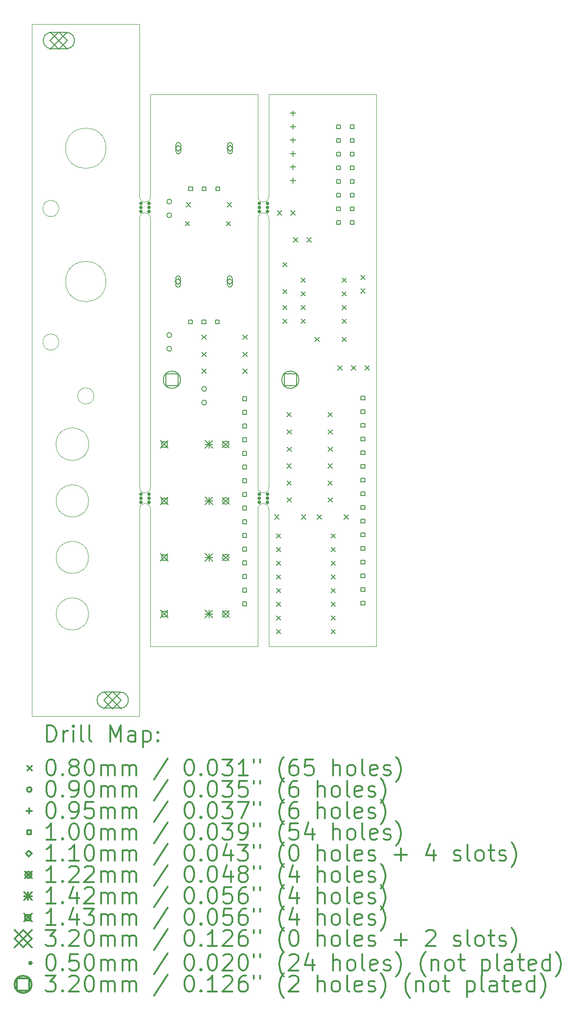
<source format=gbr>
%FSLAX45Y45*%
G04 Gerber Fmt 4.5, Leading zero omitted, Abs format (unit mm)*
G04 Created by KiCad (PCBNEW 5.1.9+dfsg1-1~bpo10+1) date 2021-12-12 16:05:19*
%MOMM*%
%LPD*%
G01*
G04 APERTURE LIST*
%TA.AperFunction,Profile*%
%ADD10C,0.100000*%
%TD*%
%ADD11C,0.200000*%
%ADD12C,0.300000*%
G04 APERTURE END LIST*
D10*
X6150000Y-10900000D02*
G75*
G03*
X6150000Y-10900000I-150000J0D01*
G01*
X6054138Y-11795862D02*
G75*
G03*
X6054138Y-11795862I-304138J0D01*
G01*
X6050000Y-14950000D02*
G75*
G03*
X6050000Y-14950000I-300000J0D01*
G01*
X6050000Y-13900000D02*
G75*
G03*
X6050000Y-13900000I-300000J0D01*
G01*
X6050000Y-12850000D02*
G75*
G03*
X6050000Y-12850000I-300000J0D01*
G01*
X5500000Y-7420000D02*
G75*
G03*
X5500000Y-7420000I-150000J0D01*
G01*
X5500000Y-9900000D02*
G75*
G03*
X5500000Y-9900000I-150000J0D01*
G01*
X7000000Y-16850000D02*
X7000000Y-15550000D01*
X9200000Y-15550000D02*
X9200000Y-13000000D01*
X9400000Y-13000000D02*
X9400000Y-15550000D01*
X9200000Y-12600000D02*
X9200000Y-7600000D01*
X9400000Y-7600000D02*
X9400000Y-12600000D01*
X9400000Y-5300000D02*
X9400000Y-7200000D01*
X9200000Y-5300000D02*
X9200000Y-7200000D01*
X9400000Y-7200000D02*
G75*
G02*
X9200000Y-7200000I-100000J0D01*
G01*
X9200000Y-7600000D02*
G75*
G02*
X9400000Y-7600000I100000J0D01*
G01*
X9400000Y-12600000D02*
G75*
G02*
X9200000Y-12600000I-100000J0D01*
G01*
X9200000Y-13000000D02*
G75*
G02*
X9400000Y-13000000I100000J0D01*
G01*
X7000000Y-13000000D02*
G75*
G02*
X7200000Y-13000000I100000J0D01*
G01*
X7200000Y-12600000D02*
G75*
G02*
X7000000Y-12600000I-100000J0D01*
G01*
X7000000Y-7600000D02*
G75*
G02*
X7200000Y-7600000I100000J0D01*
G01*
X7200000Y-12600000D02*
X7200000Y-7600000D01*
X7200000Y-15550000D02*
X7200000Y-13000000D01*
X7000000Y-13000000D02*
X7000000Y-15550000D01*
X7000000Y-7600000D02*
X7000000Y-12600000D01*
X7200000Y-7200000D02*
G75*
G02*
X7000000Y-7200000I-100000J0D01*
G01*
X11400000Y-15550000D02*
X11400000Y-5300000D01*
X9400000Y-15550000D02*
X11400000Y-15550000D01*
X9400000Y-5300000D02*
X11400000Y-5300000D01*
X7200000Y-15550000D02*
X9200000Y-15550000D01*
X7200000Y-5300000D02*
X7200000Y-7200000D01*
X7200000Y-5300000D02*
X9200000Y-5300000D01*
X5000000Y-16850000D02*
X5000000Y-4000000D01*
X7000000Y-16850000D02*
X5000000Y-16850000D01*
X7000000Y-4000000D02*
X7000000Y-7200000D01*
X5000000Y-4000000D02*
X7000000Y-4000000D01*
X6375000Y-8775000D02*
G75*
G03*
X6375000Y-8775000I-375000J0D01*
G01*
X6375000Y-6300000D02*
G75*
G03*
X6375000Y-6300000I-375000J0D01*
G01*
D11*
X7848000Y-7660000D02*
X7928000Y-7740000D01*
X7928000Y-7660000D02*
X7848000Y-7740000D01*
X7868000Y-7310000D02*
X7948000Y-7390000D01*
X7948000Y-7310000D02*
X7868000Y-7390000D01*
X8158000Y-9770000D02*
X8238000Y-9850000D01*
X8238000Y-9770000D02*
X8158000Y-9850000D01*
X8158000Y-10090000D02*
X8238000Y-10170000D01*
X8238000Y-10090000D02*
X8158000Y-10170000D01*
X8160000Y-10400000D02*
X8240000Y-10480000D01*
X8240000Y-10400000D02*
X8160000Y-10480000D01*
X8610000Y-7660000D02*
X8690000Y-7740000D01*
X8690000Y-7660000D02*
X8610000Y-7740000D01*
X8630000Y-7310000D02*
X8710000Y-7390000D01*
X8710000Y-7310000D02*
X8630000Y-7390000D01*
X8920000Y-9770000D02*
X9000000Y-9850000D01*
X9000000Y-9770000D02*
X8920000Y-9850000D01*
X8920000Y-10090000D02*
X9000000Y-10170000D01*
X9000000Y-10090000D02*
X8920000Y-10170000D01*
X8922000Y-10400000D02*
X9002000Y-10480000D01*
X9002000Y-10400000D02*
X8922000Y-10480000D01*
X9510000Y-13110000D02*
X9590000Y-13190000D01*
X9590000Y-13110000D02*
X9510000Y-13190000D01*
X9544000Y-13460000D02*
X9624000Y-13540000D01*
X9624000Y-13460000D02*
X9544000Y-13540000D01*
X9544000Y-13714000D02*
X9624000Y-13794000D01*
X9624000Y-13714000D02*
X9544000Y-13794000D01*
X9544000Y-13968000D02*
X9624000Y-14048000D01*
X9624000Y-13968000D02*
X9544000Y-14048000D01*
X9544000Y-14222000D02*
X9624000Y-14302000D01*
X9624000Y-14222000D02*
X9544000Y-14302000D01*
X9544000Y-14476000D02*
X9624000Y-14556000D01*
X9624000Y-14476000D02*
X9544000Y-14556000D01*
X9544000Y-14730000D02*
X9624000Y-14810000D01*
X9624000Y-14730000D02*
X9544000Y-14810000D01*
X9544000Y-14984000D02*
X9624000Y-15064000D01*
X9624000Y-14984000D02*
X9544000Y-15064000D01*
X9544000Y-15238000D02*
X9624000Y-15318000D01*
X9624000Y-15238000D02*
X9544000Y-15318000D01*
X9560000Y-7460000D02*
X9640000Y-7540000D01*
X9640000Y-7460000D02*
X9560000Y-7540000D01*
X9660000Y-8420000D02*
X9740000Y-8500000D01*
X9740000Y-8420000D02*
X9660000Y-8500000D01*
X9660000Y-8920000D02*
X9740000Y-9000000D01*
X9740000Y-8920000D02*
X9660000Y-9000000D01*
X9660000Y-9220000D02*
X9740000Y-9300000D01*
X9740000Y-9220000D02*
X9660000Y-9300000D01*
X9660000Y-9470000D02*
X9740000Y-9550000D01*
X9740000Y-9470000D02*
X9660000Y-9550000D01*
X9738000Y-11210000D02*
X9818000Y-11290000D01*
X9818000Y-11210000D02*
X9738000Y-11290000D01*
X9738000Y-12160000D02*
X9818000Y-12240000D01*
X9818000Y-12160000D02*
X9738000Y-12240000D01*
X9738000Y-12480000D02*
X9818000Y-12560000D01*
X9818000Y-12480000D02*
X9738000Y-12560000D01*
X9740000Y-11530000D02*
X9820000Y-11610000D01*
X9820000Y-11530000D02*
X9740000Y-11610000D01*
X9740000Y-11850000D02*
X9820000Y-11930000D01*
X9820000Y-11850000D02*
X9740000Y-11930000D01*
X9740000Y-12790000D02*
X9820000Y-12870000D01*
X9820000Y-12790000D02*
X9740000Y-12870000D01*
X9810000Y-7460000D02*
X9890000Y-7540000D01*
X9890000Y-7460000D02*
X9810000Y-7540000D01*
X9860000Y-7960000D02*
X9940000Y-8040000D01*
X9940000Y-7960000D02*
X9860000Y-8040000D01*
X9998000Y-8710000D02*
X10078000Y-8790000D01*
X10078000Y-8710000D02*
X9998000Y-8790000D01*
X9998000Y-8964000D02*
X10078000Y-9044000D01*
X10078000Y-8964000D02*
X9998000Y-9044000D01*
X9998000Y-9218000D02*
X10078000Y-9298000D01*
X10078000Y-9218000D02*
X9998000Y-9298000D01*
X9998000Y-9472000D02*
X10078000Y-9552000D01*
X10078000Y-9472000D02*
X9998000Y-9552000D01*
X10010000Y-13110000D02*
X10090000Y-13190000D01*
X10090000Y-13110000D02*
X10010000Y-13190000D01*
X10110000Y-7960000D02*
X10190000Y-8040000D01*
X10190000Y-7960000D02*
X10110000Y-8040000D01*
X10260000Y-9810000D02*
X10340000Y-9890000D01*
X10340000Y-9810000D02*
X10260000Y-9890000D01*
X10300000Y-13110000D02*
X10380000Y-13190000D01*
X10380000Y-13110000D02*
X10300000Y-13190000D01*
X10500000Y-11210000D02*
X10580000Y-11290000D01*
X10580000Y-11210000D02*
X10500000Y-11290000D01*
X10500000Y-12160000D02*
X10580000Y-12240000D01*
X10580000Y-12160000D02*
X10500000Y-12240000D01*
X10500000Y-12480000D02*
X10580000Y-12560000D01*
X10580000Y-12480000D02*
X10500000Y-12560000D01*
X10502000Y-11530000D02*
X10582000Y-11610000D01*
X10582000Y-11530000D02*
X10502000Y-11610000D01*
X10502000Y-11850000D02*
X10582000Y-11930000D01*
X10582000Y-11850000D02*
X10502000Y-11930000D01*
X10502000Y-12790000D02*
X10582000Y-12870000D01*
X10582000Y-12790000D02*
X10502000Y-12870000D01*
X10560000Y-13460000D02*
X10640000Y-13540000D01*
X10640000Y-13460000D02*
X10560000Y-13540000D01*
X10560000Y-13714000D02*
X10640000Y-13794000D01*
X10640000Y-13714000D02*
X10560000Y-13794000D01*
X10560000Y-13968000D02*
X10640000Y-14048000D01*
X10640000Y-13968000D02*
X10560000Y-14048000D01*
X10560000Y-14222000D02*
X10640000Y-14302000D01*
X10640000Y-14222000D02*
X10560000Y-14302000D01*
X10560000Y-14476000D02*
X10640000Y-14556000D01*
X10640000Y-14476000D02*
X10560000Y-14556000D01*
X10560000Y-14730000D02*
X10640000Y-14810000D01*
X10640000Y-14730000D02*
X10560000Y-14810000D01*
X10560000Y-14984000D02*
X10640000Y-15064000D01*
X10640000Y-14984000D02*
X10560000Y-15064000D01*
X10560000Y-15238000D02*
X10640000Y-15318000D01*
X10640000Y-15238000D02*
X10560000Y-15318000D01*
X10680000Y-10340000D02*
X10760000Y-10420000D01*
X10760000Y-10340000D02*
X10680000Y-10420000D01*
X10760000Y-8710000D02*
X10840000Y-8790000D01*
X10840000Y-8710000D02*
X10760000Y-8790000D01*
X10760000Y-8964000D02*
X10840000Y-9044000D01*
X10840000Y-8964000D02*
X10760000Y-9044000D01*
X10760000Y-9218000D02*
X10840000Y-9298000D01*
X10840000Y-9218000D02*
X10760000Y-9298000D01*
X10760000Y-9472000D02*
X10840000Y-9552000D01*
X10840000Y-9472000D02*
X10760000Y-9552000D01*
X10760000Y-9810000D02*
X10840000Y-9890000D01*
X10840000Y-9810000D02*
X10760000Y-9890000D01*
X10800000Y-13110000D02*
X10880000Y-13190000D01*
X10880000Y-13110000D02*
X10800000Y-13190000D01*
X10934000Y-10340000D02*
X11014000Y-10420000D01*
X11014000Y-10340000D02*
X10934000Y-10420000D01*
X11110000Y-8660000D02*
X11190000Y-8740000D01*
X11190000Y-8660000D02*
X11110000Y-8740000D01*
X11110000Y-8910000D02*
X11190000Y-8990000D01*
X11190000Y-8910000D02*
X11110000Y-8990000D01*
X11188000Y-10340000D02*
X11268000Y-10420000D01*
X11268000Y-10340000D02*
X11188000Y-10420000D01*
X7595000Y-7291000D02*
G75*
G03*
X7595000Y-7291000I-45000J0D01*
G01*
X7595000Y-7545000D02*
G75*
G03*
X7595000Y-7545000I-45000J0D01*
G01*
X7595000Y-9771000D02*
G75*
G03*
X7595000Y-9771000I-45000J0D01*
G01*
X7595000Y-10025000D02*
G75*
G03*
X7595000Y-10025000I-45000J0D01*
G01*
X8245000Y-10770000D02*
G75*
G03*
X8245000Y-10770000I-45000J0D01*
G01*
X8245000Y-11024000D02*
G75*
G03*
X8245000Y-11024000I-45000J0D01*
G01*
X9850000Y-5602500D02*
X9850000Y-5697500D01*
X9802500Y-5650000D02*
X9897500Y-5650000D01*
X9850000Y-5852500D02*
X9850000Y-5947500D01*
X9802500Y-5900000D02*
X9897500Y-5900000D01*
X9850000Y-6102500D02*
X9850000Y-6197500D01*
X9802500Y-6150000D02*
X9897500Y-6150000D01*
X9850000Y-6352500D02*
X9850000Y-6447500D01*
X9802500Y-6400000D02*
X9897500Y-6400000D01*
X9850000Y-6602500D02*
X9850000Y-6697500D01*
X9802500Y-6650000D02*
X9897500Y-6650000D01*
X9850000Y-6852500D02*
X9850000Y-6947500D01*
X9802500Y-6900000D02*
X9897500Y-6900000D01*
X7980356Y-9560356D02*
X7980356Y-9489644D01*
X7909644Y-9489644D01*
X7909644Y-9560356D01*
X7980356Y-9560356D01*
X7985356Y-7085356D02*
X7985356Y-7014644D01*
X7914644Y-7014644D01*
X7914644Y-7085356D01*
X7985356Y-7085356D01*
X8230356Y-9560356D02*
X8230356Y-9489644D01*
X8159644Y-9489644D01*
X8159644Y-9560356D01*
X8230356Y-9560356D01*
X8235356Y-7085356D02*
X8235356Y-7014644D01*
X8164644Y-7014644D01*
X8164644Y-7085356D01*
X8235356Y-7085356D01*
X8480356Y-9560356D02*
X8480356Y-9489644D01*
X8409644Y-9489644D01*
X8409644Y-9560356D01*
X8480356Y-9560356D01*
X8485356Y-7085356D02*
X8485356Y-7014644D01*
X8414644Y-7014644D01*
X8414644Y-7085356D01*
X8485356Y-7085356D01*
X8985356Y-10985356D02*
X8985356Y-10914644D01*
X8914644Y-10914644D01*
X8914644Y-10985356D01*
X8985356Y-10985356D01*
X8985356Y-11239356D02*
X8985356Y-11168644D01*
X8914644Y-11168644D01*
X8914644Y-11239356D01*
X8985356Y-11239356D01*
X8985356Y-11493356D02*
X8985356Y-11422644D01*
X8914644Y-11422644D01*
X8914644Y-11493356D01*
X8985356Y-11493356D01*
X8985356Y-11747356D02*
X8985356Y-11676644D01*
X8914644Y-11676644D01*
X8914644Y-11747356D01*
X8985356Y-11747356D01*
X8985356Y-12001356D02*
X8985356Y-11930644D01*
X8914644Y-11930644D01*
X8914644Y-12001356D01*
X8985356Y-12001356D01*
X8985356Y-12255356D02*
X8985356Y-12184644D01*
X8914644Y-12184644D01*
X8914644Y-12255356D01*
X8985356Y-12255356D01*
X8985356Y-12509356D02*
X8985356Y-12438644D01*
X8914644Y-12438644D01*
X8914644Y-12509356D01*
X8985356Y-12509356D01*
X8985356Y-12763356D02*
X8985356Y-12692644D01*
X8914644Y-12692644D01*
X8914644Y-12763356D01*
X8985356Y-12763356D01*
X8985356Y-13017356D02*
X8985356Y-12946644D01*
X8914644Y-12946644D01*
X8914644Y-13017356D01*
X8985356Y-13017356D01*
X8985356Y-13271356D02*
X8985356Y-13200644D01*
X8914644Y-13200644D01*
X8914644Y-13271356D01*
X8985356Y-13271356D01*
X8985356Y-13525356D02*
X8985356Y-13454644D01*
X8914644Y-13454644D01*
X8914644Y-13525356D01*
X8985356Y-13525356D01*
X8985356Y-13779356D02*
X8985356Y-13708644D01*
X8914644Y-13708644D01*
X8914644Y-13779356D01*
X8985356Y-13779356D01*
X8985356Y-14033356D02*
X8985356Y-13962644D01*
X8914644Y-13962644D01*
X8914644Y-14033356D01*
X8985356Y-14033356D01*
X8985356Y-14287356D02*
X8985356Y-14216644D01*
X8914644Y-14216644D01*
X8914644Y-14287356D01*
X8985356Y-14287356D01*
X8985356Y-14541356D02*
X8985356Y-14470644D01*
X8914644Y-14470644D01*
X8914644Y-14541356D01*
X8985356Y-14541356D01*
X8985356Y-14795356D02*
X8985356Y-14724644D01*
X8914644Y-14724644D01*
X8914644Y-14795356D01*
X8985356Y-14795356D01*
X10731356Y-5935356D02*
X10731356Y-5864644D01*
X10660644Y-5864644D01*
X10660644Y-5935356D01*
X10731356Y-5935356D01*
X10731356Y-6189356D02*
X10731356Y-6118644D01*
X10660644Y-6118644D01*
X10660644Y-6189356D01*
X10731356Y-6189356D01*
X10731356Y-6443356D02*
X10731356Y-6372644D01*
X10660644Y-6372644D01*
X10660644Y-6443356D01*
X10731356Y-6443356D01*
X10731356Y-6697356D02*
X10731356Y-6626644D01*
X10660644Y-6626644D01*
X10660644Y-6697356D01*
X10731356Y-6697356D01*
X10731356Y-6951356D02*
X10731356Y-6880644D01*
X10660644Y-6880644D01*
X10660644Y-6951356D01*
X10731356Y-6951356D01*
X10731356Y-7205356D02*
X10731356Y-7134644D01*
X10660644Y-7134644D01*
X10660644Y-7205356D01*
X10731356Y-7205356D01*
X10731356Y-7459356D02*
X10731356Y-7388644D01*
X10660644Y-7388644D01*
X10660644Y-7459356D01*
X10731356Y-7459356D01*
X10731356Y-7713356D02*
X10731356Y-7642644D01*
X10660644Y-7642644D01*
X10660644Y-7713356D01*
X10731356Y-7713356D01*
X10985356Y-5935356D02*
X10985356Y-5864644D01*
X10914644Y-5864644D01*
X10914644Y-5935356D01*
X10985356Y-5935356D01*
X10985356Y-6189356D02*
X10985356Y-6118644D01*
X10914644Y-6118644D01*
X10914644Y-6189356D01*
X10985356Y-6189356D01*
X10985356Y-6443356D02*
X10985356Y-6372644D01*
X10914644Y-6372644D01*
X10914644Y-6443356D01*
X10985356Y-6443356D01*
X10985356Y-6697356D02*
X10985356Y-6626644D01*
X10914644Y-6626644D01*
X10914644Y-6697356D01*
X10985356Y-6697356D01*
X10985356Y-6951356D02*
X10985356Y-6880644D01*
X10914644Y-6880644D01*
X10914644Y-6951356D01*
X10985356Y-6951356D01*
X10985356Y-7205356D02*
X10985356Y-7134644D01*
X10914644Y-7134644D01*
X10914644Y-7205356D01*
X10985356Y-7205356D01*
X10985356Y-7459356D02*
X10985356Y-7388644D01*
X10914644Y-7388644D01*
X10914644Y-7459356D01*
X10985356Y-7459356D01*
X10985356Y-7713356D02*
X10985356Y-7642644D01*
X10914644Y-7642644D01*
X10914644Y-7713356D01*
X10985356Y-7713356D01*
X11185356Y-10975356D02*
X11185356Y-10904644D01*
X11114644Y-10904644D01*
X11114644Y-10975356D01*
X11185356Y-10975356D01*
X11185356Y-11229356D02*
X11185356Y-11158644D01*
X11114644Y-11158644D01*
X11114644Y-11229356D01*
X11185356Y-11229356D01*
X11185356Y-11483356D02*
X11185356Y-11412644D01*
X11114644Y-11412644D01*
X11114644Y-11483356D01*
X11185356Y-11483356D01*
X11185356Y-11737356D02*
X11185356Y-11666644D01*
X11114644Y-11666644D01*
X11114644Y-11737356D01*
X11185356Y-11737356D01*
X11185356Y-11991356D02*
X11185356Y-11920644D01*
X11114644Y-11920644D01*
X11114644Y-11991356D01*
X11185356Y-11991356D01*
X11185356Y-12245356D02*
X11185356Y-12174644D01*
X11114644Y-12174644D01*
X11114644Y-12245356D01*
X11185356Y-12245356D01*
X11185356Y-12499356D02*
X11185356Y-12428644D01*
X11114644Y-12428644D01*
X11114644Y-12499356D01*
X11185356Y-12499356D01*
X11185356Y-12753356D02*
X11185356Y-12682644D01*
X11114644Y-12682644D01*
X11114644Y-12753356D01*
X11185356Y-12753356D01*
X11185356Y-13007356D02*
X11185356Y-12936644D01*
X11114644Y-12936644D01*
X11114644Y-13007356D01*
X11185356Y-13007356D01*
X11185356Y-13261356D02*
X11185356Y-13190644D01*
X11114644Y-13190644D01*
X11114644Y-13261356D01*
X11185356Y-13261356D01*
X11185356Y-13515356D02*
X11185356Y-13444644D01*
X11114644Y-13444644D01*
X11114644Y-13515356D01*
X11185356Y-13515356D01*
X11185356Y-13769356D02*
X11185356Y-13698644D01*
X11114644Y-13698644D01*
X11114644Y-13769356D01*
X11185356Y-13769356D01*
X11185356Y-14023356D02*
X11185356Y-13952644D01*
X11114644Y-13952644D01*
X11114644Y-14023356D01*
X11185356Y-14023356D01*
X11185356Y-14277356D02*
X11185356Y-14206644D01*
X11114644Y-14206644D01*
X11114644Y-14277356D01*
X11185356Y-14277356D01*
X11185356Y-14531356D02*
X11185356Y-14460644D01*
X11114644Y-14460644D01*
X11114644Y-14531356D01*
X11185356Y-14531356D01*
X11185356Y-14785356D02*
X11185356Y-14714644D01*
X11114644Y-14714644D01*
X11114644Y-14785356D01*
X11185356Y-14785356D01*
X7715000Y-8830000D02*
X7770000Y-8775000D01*
X7715000Y-8720000D01*
X7660000Y-8775000D01*
X7715000Y-8830000D01*
X7760000Y-8835000D02*
X7760000Y-8715000D01*
X7670000Y-8835000D02*
X7670000Y-8715000D01*
X7760000Y-8715000D02*
G75*
G03*
X7670000Y-8715000I-45000J0D01*
G01*
X7670000Y-8835000D02*
G75*
G03*
X7760000Y-8835000I45000J0D01*
G01*
X7720000Y-6355000D02*
X7775000Y-6300000D01*
X7720000Y-6245000D01*
X7665000Y-6300000D01*
X7720000Y-6355000D01*
X7765000Y-6360000D02*
X7765000Y-6240000D01*
X7675000Y-6360000D02*
X7675000Y-6240000D01*
X7765000Y-6240000D02*
G75*
G03*
X7675000Y-6240000I-45000J0D01*
G01*
X7675000Y-6360000D02*
G75*
G03*
X7765000Y-6360000I45000J0D01*
G01*
X8675000Y-8830000D02*
X8730000Y-8775000D01*
X8675000Y-8720000D01*
X8620000Y-8775000D01*
X8675000Y-8830000D01*
X8720000Y-8835000D02*
X8720000Y-8715000D01*
X8630000Y-8835000D02*
X8630000Y-8715000D01*
X8720000Y-8715000D02*
G75*
G03*
X8630000Y-8715000I-45000J0D01*
G01*
X8630000Y-8835000D02*
G75*
G03*
X8720000Y-8835000I45000J0D01*
G01*
X8680000Y-6355000D02*
X8735000Y-6300000D01*
X8680000Y-6245000D01*
X8625000Y-6300000D01*
X8680000Y-6355000D01*
X8725000Y-6360000D02*
X8725000Y-6240000D01*
X8635000Y-6360000D02*
X8635000Y-6240000D01*
X8725000Y-6240000D02*
G75*
G03*
X8635000Y-6240000I-45000J0D01*
G01*
X8635000Y-6360000D02*
G75*
G03*
X8725000Y-6360000I45000J0D01*
G01*
X8539000Y-11739000D02*
X8661000Y-11861000D01*
X8661000Y-11739000D02*
X8539000Y-11861000D01*
X8661000Y-11800000D02*
G75*
G03*
X8661000Y-11800000I-61000J0D01*
G01*
X8539000Y-12789000D02*
X8661000Y-12911000D01*
X8661000Y-12789000D02*
X8539000Y-12911000D01*
X8661000Y-12850000D02*
G75*
G03*
X8661000Y-12850000I-61000J0D01*
G01*
X8539000Y-13839000D02*
X8661000Y-13961000D01*
X8661000Y-13839000D02*
X8539000Y-13961000D01*
X8661000Y-13900000D02*
G75*
G03*
X8661000Y-13900000I-61000J0D01*
G01*
X8539000Y-14889000D02*
X8661000Y-15011000D01*
X8661000Y-14889000D02*
X8539000Y-15011000D01*
X8661000Y-14950000D02*
G75*
G03*
X8661000Y-14950000I-61000J0D01*
G01*
X8219000Y-11729000D02*
X8361000Y-11871000D01*
X8361000Y-11729000D02*
X8219000Y-11871000D01*
X8290000Y-11729000D02*
X8290000Y-11871000D01*
X8219000Y-11800000D02*
X8361000Y-11800000D01*
X8219000Y-12779000D02*
X8361000Y-12921000D01*
X8361000Y-12779000D02*
X8219000Y-12921000D01*
X8290000Y-12779000D02*
X8290000Y-12921000D01*
X8219000Y-12850000D02*
X8361000Y-12850000D01*
X8219000Y-13829000D02*
X8361000Y-13971000D01*
X8361000Y-13829000D02*
X8219000Y-13971000D01*
X8290000Y-13829000D02*
X8290000Y-13971000D01*
X8219000Y-13900000D02*
X8361000Y-13900000D01*
X8219000Y-14879000D02*
X8361000Y-15021000D01*
X8361000Y-14879000D02*
X8219000Y-15021000D01*
X8290000Y-14879000D02*
X8290000Y-15021000D01*
X8219000Y-14950000D02*
X8361000Y-14950000D01*
X7388500Y-11728500D02*
X7531500Y-11871500D01*
X7531500Y-11728500D02*
X7388500Y-11871500D01*
X7510559Y-11850559D02*
X7510559Y-11749441D01*
X7409441Y-11749441D01*
X7409441Y-11850559D01*
X7510559Y-11850559D01*
X7388500Y-12778500D02*
X7531500Y-12921500D01*
X7531500Y-12778500D02*
X7388500Y-12921500D01*
X7510559Y-12900559D02*
X7510559Y-12799441D01*
X7409441Y-12799441D01*
X7409441Y-12900559D01*
X7510559Y-12900559D01*
X7388500Y-13828500D02*
X7531500Y-13971500D01*
X7531500Y-13828500D02*
X7388500Y-13971500D01*
X7510559Y-13950559D02*
X7510559Y-13849441D01*
X7409441Y-13849441D01*
X7409441Y-13950559D01*
X7510559Y-13950559D01*
X7388500Y-14878500D02*
X7531500Y-15021500D01*
X7531500Y-14878500D02*
X7388500Y-15021500D01*
X7510559Y-15000559D02*
X7510559Y-14899441D01*
X7409441Y-14899441D01*
X7409441Y-15000559D01*
X7510559Y-15000559D01*
X5340000Y-4140000D02*
X5660000Y-4460000D01*
X5660000Y-4140000D02*
X5340000Y-4460000D01*
X5500000Y-4460000D02*
X5660000Y-4300000D01*
X5500000Y-4140000D01*
X5340000Y-4300000D01*
X5500000Y-4460000D01*
X5360000Y-4450000D02*
X5640000Y-4450000D01*
X5360000Y-4150000D02*
X5640000Y-4150000D01*
X5640000Y-4450000D02*
G75*
G03*
X5640000Y-4150000I0J150000D01*
G01*
X5360000Y-4150000D02*
G75*
G03*
X5360000Y-4450000I0J-150000D01*
G01*
X6340000Y-16390000D02*
X6660000Y-16710000D01*
X6660000Y-16390000D02*
X6340000Y-16710000D01*
X6500000Y-16710000D02*
X6660000Y-16550000D01*
X6500000Y-16390000D01*
X6340000Y-16550000D01*
X6500000Y-16710000D01*
X6360000Y-16700000D02*
X6640000Y-16700000D01*
X6360000Y-16400000D02*
X6640000Y-16400000D01*
X6640000Y-16700000D02*
G75*
G03*
X6640000Y-16400000I0J150000D01*
G01*
X6360000Y-16400000D02*
G75*
G03*
X6360000Y-16700000I0J-150000D01*
G01*
X7025000Y-7300000D02*
X7025000Y-7350000D01*
X7000000Y-7325000D02*
X7050000Y-7325000D01*
X7050000Y-7325000D02*
G75*
G03*
X7050000Y-7325000I-25000J0D01*
G01*
X7025000Y-7375000D02*
X7025000Y-7425000D01*
X7000000Y-7400000D02*
X7050000Y-7400000D01*
X7050000Y-7400000D02*
G75*
G03*
X7050000Y-7400000I-25000J0D01*
G01*
X7025000Y-7450000D02*
X7025000Y-7500000D01*
X7000000Y-7475000D02*
X7050000Y-7475000D01*
X7050000Y-7475000D02*
G75*
G03*
X7050000Y-7475000I-25000J0D01*
G01*
X7025000Y-12700000D02*
X7025000Y-12750000D01*
X7000000Y-12725000D02*
X7050000Y-12725000D01*
X7050000Y-12725000D02*
G75*
G03*
X7050000Y-12725000I-25000J0D01*
G01*
X7025000Y-12775000D02*
X7025000Y-12825000D01*
X7000000Y-12800000D02*
X7050000Y-12800000D01*
X7050000Y-12800000D02*
G75*
G03*
X7050000Y-12800000I-25000J0D01*
G01*
X7025000Y-12850000D02*
X7025000Y-12900000D01*
X7000000Y-12875000D02*
X7050000Y-12875000D01*
X7050000Y-12875000D02*
G75*
G03*
X7050000Y-12875000I-25000J0D01*
G01*
X7175000Y-7300000D02*
X7175000Y-7350000D01*
X7150000Y-7325000D02*
X7200000Y-7325000D01*
X7200000Y-7325000D02*
G75*
G03*
X7200000Y-7325000I-25000J0D01*
G01*
X7175000Y-7375000D02*
X7175000Y-7425000D01*
X7150000Y-7400000D02*
X7200000Y-7400000D01*
X7200000Y-7400000D02*
G75*
G03*
X7200000Y-7400000I-25000J0D01*
G01*
X7175000Y-7450000D02*
X7175000Y-7500000D01*
X7150000Y-7475000D02*
X7200000Y-7475000D01*
X7200000Y-7475000D02*
G75*
G03*
X7200000Y-7475000I-25000J0D01*
G01*
X7175000Y-12700000D02*
X7175000Y-12750000D01*
X7150000Y-12725000D02*
X7200000Y-12725000D01*
X7200000Y-12725000D02*
G75*
G03*
X7200000Y-12725000I-25000J0D01*
G01*
X7175000Y-12775000D02*
X7175000Y-12825000D01*
X7150000Y-12800000D02*
X7200000Y-12800000D01*
X7200000Y-12800000D02*
G75*
G03*
X7200000Y-12800000I-25000J0D01*
G01*
X7175000Y-12850000D02*
X7175000Y-12900000D01*
X7150000Y-12875000D02*
X7200000Y-12875000D01*
X7200000Y-12875000D02*
G75*
G03*
X7200000Y-12875000I-25000J0D01*
G01*
X9225000Y-7300000D02*
X9225000Y-7350000D01*
X9200000Y-7325000D02*
X9250000Y-7325000D01*
X9250000Y-7325000D02*
G75*
G03*
X9250000Y-7325000I-25000J0D01*
G01*
X9225000Y-7375000D02*
X9225000Y-7425000D01*
X9200000Y-7400000D02*
X9250000Y-7400000D01*
X9250000Y-7400000D02*
G75*
G03*
X9250000Y-7400000I-25000J0D01*
G01*
X9225000Y-7450000D02*
X9225000Y-7500000D01*
X9200000Y-7475000D02*
X9250000Y-7475000D01*
X9250000Y-7475000D02*
G75*
G03*
X9250000Y-7475000I-25000J0D01*
G01*
X9225000Y-12700000D02*
X9225000Y-12750000D01*
X9200000Y-12725000D02*
X9250000Y-12725000D01*
X9250000Y-12725000D02*
G75*
G03*
X9250000Y-12725000I-25000J0D01*
G01*
X9225000Y-12775000D02*
X9225000Y-12825000D01*
X9200000Y-12800000D02*
X9250000Y-12800000D01*
X9250000Y-12800000D02*
G75*
G03*
X9250000Y-12800000I-25000J0D01*
G01*
X9225000Y-12850000D02*
X9225000Y-12900000D01*
X9200000Y-12875000D02*
X9250000Y-12875000D01*
X9250000Y-12875000D02*
G75*
G03*
X9250000Y-12875000I-25000J0D01*
G01*
X9375000Y-7300000D02*
X9375000Y-7350000D01*
X9350000Y-7325000D02*
X9400000Y-7325000D01*
X9400000Y-7325000D02*
G75*
G03*
X9400000Y-7325000I-25000J0D01*
G01*
X9375000Y-7375000D02*
X9375000Y-7425000D01*
X9350000Y-7400000D02*
X9400000Y-7400000D01*
X9400000Y-7400000D02*
G75*
G03*
X9400000Y-7400000I-25000J0D01*
G01*
X9375000Y-7450000D02*
X9375000Y-7500000D01*
X9350000Y-7475000D02*
X9400000Y-7475000D01*
X9400000Y-7475000D02*
G75*
G03*
X9400000Y-7475000I-25000J0D01*
G01*
X9375000Y-12700000D02*
X9375000Y-12750000D01*
X9350000Y-12725000D02*
X9400000Y-12725000D01*
X9400000Y-12725000D02*
G75*
G03*
X9400000Y-12725000I-25000J0D01*
G01*
X9375000Y-12775000D02*
X9375000Y-12825000D01*
X9350000Y-12800000D02*
X9400000Y-12800000D01*
X9400000Y-12800000D02*
G75*
G03*
X9400000Y-12800000I-25000J0D01*
G01*
X9375000Y-12850000D02*
X9375000Y-12900000D01*
X9350000Y-12875000D02*
X9400000Y-12875000D01*
X9400000Y-12875000D02*
G75*
G03*
X9400000Y-12875000I-25000J0D01*
G01*
X7713138Y-10713138D02*
X7713138Y-10486862D01*
X7486862Y-10486862D01*
X7486862Y-10713138D01*
X7713138Y-10713138D01*
X7760000Y-10600000D02*
G75*
G03*
X7760000Y-10600000I-160000J0D01*
G01*
X9913138Y-10713138D02*
X9913138Y-10486862D01*
X9686862Y-10486862D01*
X9686862Y-10713138D01*
X9913138Y-10713138D01*
X9960000Y-10600000D02*
G75*
G03*
X9960000Y-10600000I-160000J0D01*
G01*
D12*
X5281428Y-17320714D02*
X5281428Y-17020714D01*
X5352857Y-17020714D01*
X5395714Y-17035000D01*
X5424286Y-17063572D01*
X5438571Y-17092143D01*
X5452857Y-17149286D01*
X5452857Y-17192143D01*
X5438571Y-17249286D01*
X5424286Y-17277857D01*
X5395714Y-17306429D01*
X5352857Y-17320714D01*
X5281428Y-17320714D01*
X5581428Y-17320714D02*
X5581428Y-17120714D01*
X5581428Y-17177857D02*
X5595714Y-17149286D01*
X5610000Y-17135000D01*
X5638571Y-17120714D01*
X5667143Y-17120714D01*
X5767143Y-17320714D02*
X5767143Y-17120714D01*
X5767143Y-17020714D02*
X5752857Y-17035000D01*
X5767143Y-17049286D01*
X5781428Y-17035000D01*
X5767143Y-17020714D01*
X5767143Y-17049286D01*
X5952857Y-17320714D02*
X5924286Y-17306429D01*
X5910000Y-17277857D01*
X5910000Y-17020714D01*
X6110000Y-17320714D02*
X6081428Y-17306429D01*
X6067143Y-17277857D01*
X6067143Y-17020714D01*
X6452857Y-17320714D02*
X6452857Y-17020714D01*
X6552857Y-17235000D01*
X6652857Y-17020714D01*
X6652857Y-17320714D01*
X6924286Y-17320714D02*
X6924286Y-17163572D01*
X6910000Y-17135000D01*
X6881428Y-17120714D01*
X6824286Y-17120714D01*
X6795714Y-17135000D01*
X6924286Y-17306429D02*
X6895714Y-17320714D01*
X6824286Y-17320714D01*
X6795714Y-17306429D01*
X6781428Y-17277857D01*
X6781428Y-17249286D01*
X6795714Y-17220714D01*
X6824286Y-17206429D01*
X6895714Y-17206429D01*
X6924286Y-17192143D01*
X7067143Y-17120714D02*
X7067143Y-17420714D01*
X7067143Y-17135000D02*
X7095714Y-17120714D01*
X7152857Y-17120714D01*
X7181428Y-17135000D01*
X7195714Y-17149286D01*
X7210000Y-17177857D01*
X7210000Y-17263572D01*
X7195714Y-17292143D01*
X7181428Y-17306429D01*
X7152857Y-17320714D01*
X7095714Y-17320714D01*
X7067143Y-17306429D01*
X7338571Y-17292143D02*
X7352857Y-17306429D01*
X7338571Y-17320714D01*
X7324286Y-17306429D01*
X7338571Y-17292143D01*
X7338571Y-17320714D01*
X7338571Y-17135000D02*
X7352857Y-17149286D01*
X7338571Y-17163572D01*
X7324286Y-17149286D01*
X7338571Y-17135000D01*
X7338571Y-17163572D01*
X4915000Y-17775000D02*
X4995000Y-17855000D01*
X4995000Y-17775000D02*
X4915000Y-17855000D01*
X5338571Y-17650714D02*
X5367143Y-17650714D01*
X5395714Y-17665000D01*
X5410000Y-17679286D01*
X5424286Y-17707857D01*
X5438571Y-17765000D01*
X5438571Y-17836429D01*
X5424286Y-17893572D01*
X5410000Y-17922143D01*
X5395714Y-17936429D01*
X5367143Y-17950714D01*
X5338571Y-17950714D01*
X5310000Y-17936429D01*
X5295714Y-17922143D01*
X5281428Y-17893572D01*
X5267143Y-17836429D01*
X5267143Y-17765000D01*
X5281428Y-17707857D01*
X5295714Y-17679286D01*
X5310000Y-17665000D01*
X5338571Y-17650714D01*
X5567143Y-17922143D02*
X5581428Y-17936429D01*
X5567143Y-17950714D01*
X5552857Y-17936429D01*
X5567143Y-17922143D01*
X5567143Y-17950714D01*
X5752857Y-17779286D02*
X5724286Y-17765000D01*
X5710000Y-17750714D01*
X5695714Y-17722143D01*
X5695714Y-17707857D01*
X5710000Y-17679286D01*
X5724286Y-17665000D01*
X5752857Y-17650714D01*
X5810000Y-17650714D01*
X5838571Y-17665000D01*
X5852857Y-17679286D01*
X5867143Y-17707857D01*
X5867143Y-17722143D01*
X5852857Y-17750714D01*
X5838571Y-17765000D01*
X5810000Y-17779286D01*
X5752857Y-17779286D01*
X5724286Y-17793572D01*
X5710000Y-17807857D01*
X5695714Y-17836429D01*
X5695714Y-17893572D01*
X5710000Y-17922143D01*
X5724286Y-17936429D01*
X5752857Y-17950714D01*
X5810000Y-17950714D01*
X5838571Y-17936429D01*
X5852857Y-17922143D01*
X5867143Y-17893572D01*
X5867143Y-17836429D01*
X5852857Y-17807857D01*
X5838571Y-17793572D01*
X5810000Y-17779286D01*
X6052857Y-17650714D02*
X6081428Y-17650714D01*
X6110000Y-17665000D01*
X6124286Y-17679286D01*
X6138571Y-17707857D01*
X6152857Y-17765000D01*
X6152857Y-17836429D01*
X6138571Y-17893572D01*
X6124286Y-17922143D01*
X6110000Y-17936429D01*
X6081428Y-17950714D01*
X6052857Y-17950714D01*
X6024286Y-17936429D01*
X6010000Y-17922143D01*
X5995714Y-17893572D01*
X5981428Y-17836429D01*
X5981428Y-17765000D01*
X5995714Y-17707857D01*
X6010000Y-17679286D01*
X6024286Y-17665000D01*
X6052857Y-17650714D01*
X6281428Y-17950714D02*
X6281428Y-17750714D01*
X6281428Y-17779286D02*
X6295714Y-17765000D01*
X6324286Y-17750714D01*
X6367143Y-17750714D01*
X6395714Y-17765000D01*
X6410000Y-17793572D01*
X6410000Y-17950714D01*
X6410000Y-17793572D02*
X6424286Y-17765000D01*
X6452857Y-17750714D01*
X6495714Y-17750714D01*
X6524286Y-17765000D01*
X6538571Y-17793572D01*
X6538571Y-17950714D01*
X6681428Y-17950714D02*
X6681428Y-17750714D01*
X6681428Y-17779286D02*
X6695714Y-17765000D01*
X6724286Y-17750714D01*
X6767143Y-17750714D01*
X6795714Y-17765000D01*
X6810000Y-17793572D01*
X6810000Y-17950714D01*
X6810000Y-17793572D02*
X6824286Y-17765000D01*
X6852857Y-17750714D01*
X6895714Y-17750714D01*
X6924286Y-17765000D01*
X6938571Y-17793572D01*
X6938571Y-17950714D01*
X7524286Y-17636429D02*
X7267143Y-18022143D01*
X7910000Y-17650714D02*
X7938571Y-17650714D01*
X7967143Y-17665000D01*
X7981428Y-17679286D01*
X7995714Y-17707857D01*
X8010000Y-17765000D01*
X8010000Y-17836429D01*
X7995714Y-17893572D01*
X7981428Y-17922143D01*
X7967143Y-17936429D01*
X7938571Y-17950714D01*
X7910000Y-17950714D01*
X7881428Y-17936429D01*
X7867143Y-17922143D01*
X7852857Y-17893572D01*
X7838571Y-17836429D01*
X7838571Y-17765000D01*
X7852857Y-17707857D01*
X7867143Y-17679286D01*
X7881428Y-17665000D01*
X7910000Y-17650714D01*
X8138571Y-17922143D02*
X8152857Y-17936429D01*
X8138571Y-17950714D01*
X8124286Y-17936429D01*
X8138571Y-17922143D01*
X8138571Y-17950714D01*
X8338571Y-17650714D02*
X8367143Y-17650714D01*
X8395714Y-17665000D01*
X8410000Y-17679286D01*
X8424286Y-17707857D01*
X8438571Y-17765000D01*
X8438571Y-17836429D01*
X8424286Y-17893572D01*
X8410000Y-17922143D01*
X8395714Y-17936429D01*
X8367143Y-17950714D01*
X8338571Y-17950714D01*
X8310000Y-17936429D01*
X8295714Y-17922143D01*
X8281428Y-17893572D01*
X8267143Y-17836429D01*
X8267143Y-17765000D01*
X8281428Y-17707857D01*
X8295714Y-17679286D01*
X8310000Y-17665000D01*
X8338571Y-17650714D01*
X8538571Y-17650714D02*
X8724286Y-17650714D01*
X8624286Y-17765000D01*
X8667143Y-17765000D01*
X8695714Y-17779286D01*
X8710000Y-17793572D01*
X8724286Y-17822143D01*
X8724286Y-17893572D01*
X8710000Y-17922143D01*
X8695714Y-17936429D01*
X8667143Y-17950714D01*
X8581428Y-17950714D01*
X8552857Y-17936429D01*
X8538571Y-17922143D01*
X9010000Y-17950714D02*
X8838571Y-17950714D01*
X8924286Y-17950714D02*
X8924286Y-17650714D01*
X8895714Y-17693572D01*
X8867143Y-17722143D01*
X8838571Y-17736429D01*
X9124286Y-17650714D02*
X9124286Y-17707857D01*
X9238571Y-17650714D02*
X9238571Y-17707857D01*
X9681428Y-18065000D02*
X9667143Y-18050714D01*
X9638571Y-18007857D01*
X9624286Y-17979286D01*
X9610000Y-17936429D01*
X9595714Y-17865000D01*
X9595714Y-17807857D01*
X9610000Y-17736429D01*
X9624286Y-17693572D01*
X9638571Y-17665000D01*
X9667143Y-17622143D01*
X9681428Y-17607857D01*
X9924286Y-17650714D02*
X9867143Y-17650714D01*
X9838571Y-17665000D01*
X9824286Y-17679286D01*
X9795714Y-17722143D01*
X9781428Y-17779286D01*
X9781428Y-17893572D01*
X9795714Y-17922143D01*
X9810000Y-17936429D01*
X9838571Y-17950714D01*
X9895714Y-17950714D01*
X9924286Y-17936429D01*
X9938571Y-17922143D01*
X9952857Y-17893572D01*
X9952857Y-17822143D01*
X9938571Y-17793572D01*
X9924286Y-17779286D01*
X9895714Y-17765000D01*
X9838571Y-17765000D01*
X9810000Y-17779286D01*
X9795714Y-17793572D01*
X9781428Y-17822143D01*
X10224286Y-17650714D02*
X10081428Y-17650714D01*
X10067143Y-17793572D01*
X10081428Y-17779286D01*
X10110000Y-17765000D01*
X10181428Y-17765000D01*
X10210000Y-17779286D01*
X10224286Y-17793572D01*
X10238571Y-17822143D01*
X10238571Y-17893572D01*
X10224286Y-17922143D01*
X10210000Y-17936429D01*
X10181428Y-17950714D01*
X10110000Y-17950714D01*
X10081428Y-17936429D01*
X10067143Y-17922143D01*
X10595714Y-17950714D02*
X10595714Y-17650714D01*
X10724286Y-17950714D02*
X10724286Y-17793572D01*
X10710000Y-17765000D01*
X10681428Y-17750714D01*
X10638571Y-17750714D01*
X10610000Y-17765000D01*
X10595714Y-17779286D01*
X10910000Y-17950714D02*
X10881428Y-17936429D01*
X10867143Y-17922143D01*
X10852857Y-17893572D01*
X10852857Y-17807857D01*
X10867143Y-17779286D01*
X10881428Y-17765000D01*
X10910000Y-17750714D01*
X10952857Y-17750714D01*
X10981428Y-17765000D01*
X10995714Y-17779286D01*
X11010000Y-17807857D01*
X11010000Y-17893572D01*
X10995714Y-17922143D01*
X10981428Y-17936429D01*
X10952857Y-17950714D01*
X10910000Y-17950714D01*
X11181428Y-17950714D02*
X11152857Y-17936429D01*
X11138571Y-17907857D01*
X11138571Y-17650714D01*
X11410000Y-17936429D02*
X11381428Y-17950714D01*
X11324286Y-17950714D01*
X11295714Y-17936429D01*
X11281428Y-17907857D01*
X11281428Y-17793572D01*
X11295714Y-17765000D01*
X11324286Y-17750714D01*
X11381428Y-17750714D01*
X11410000Y-17765000D01*
X11424286Y-17793572D01*
X11424286Y-17822143D01*
X11281428Y-17850714D01*
X11538571Y-17936429D02*
X11567143Y-17950714D01*
X11624286Y-17950714D01*
X11652857Y-17936429D01*
X11667143Y-17907857D01*
X11667143Y-17893572D01*
X11652857Y-17865000D01*
X11624286Y-17850714D01*
X11581428Y-17850714D01*
X11552857Y-17836429D01*
X11538571Y-17807857D01*
X11538571Y-17793572D01*
X11552857Y-17765000D01*
X11581428Y-17750714D01*
X11624286Y-17750714D01*
X11652857Y-17765000D01*
X11767143Y-18065000D02*
X11781428Y-18050714D01*
X11810000Y-18007857D01*
X11824286Y-17979286D01*
X11838571Y-17936429D01*
X11852857Y-17865000D01*
X11852857Y-17807857D01*
X11838571Y-17736429D01*
X11824286Y-17693572D01*
X11810000Y-17665000D01*
X11781428Y-17622143D01*
X11767143Y-17607857D01*
X4995000Y-18211000D02*
G75*
G03*
X4995000Y-18211000I-45000J0D01*
G01*
X5338571Y-18046714D02*
X5367143Y-18046714D01*
X5395714Y-18061000D01*
X5410000Y-18075286D01*
X5424286Y-18103857D01*
X5438571Y-18161000D01*
X5438571Y-18232429D01*
X5424286Y-18289572D01*
X5410000Y-18318143D01*
X5395714Y-18332429D01*
X5367143Y-18346714D01*
X5338571Y-18346714D01*
X5310000Y-18332429D01*
X5295714Y-18318143D01*
X5281428Y-18289572D01*
X5267143Y-18232429D01*
X5267143Y-18161000D01*
X5281428Y-18103857D01*
X5295714Y-18075286D01*
X5310000Y-18061000D01*
X5338571Y-18046714D01*
X5567143Y-18318143D02*
X5581428Y-18332429D01*
X5567143Y-18346714D01*
X5552857Y-18332429D01*
X5567143Y-18318143D01*
X5567143Y-18346714D01*
X5724286Y-18346714D02*
X5781428Y-18346714D01*
X5810000Y-18332429D01*
X5824286Y-18318143D01*
X5852857Y-18275286D01*
X5867143Y-18218143D01*
X5867143Y-18103857D01*
X5852857Y-18075286D01*
X5838571Y-18061000D01*
X5810000Y-18046714D01*
X5752857Y-18046714D01*
X5724286Y-18061000D01*
X5710000Y-18075286D01*
X5695714Y-18103857D01*
X5695714Y-18175286D01*
X5710000Y-18203857D01*
X5724286Y-18218143D01*
X5752857Y-18232429D01*
X5810000Y-18232429D01*
X5838571Y-18218143D01*
X5852857Y-18203857D01*
X5867143Y-18175286D01*
X6052857Y-18046714D02*
X6081428Y-18046714D01*
X6110000Y-18061000D01*
X6124286Y-18075286D01*
X6138571Y-18103857D01*
X6152857Y-18161000D01*
X6152857Y-18232429D01*
X6138571Y-18289572D01*
X6124286Y-18318143D01*
X6110000Y-18332429D01*
X6081428Y-18346714D01*
X6052857Y-18346714D01*
X6024286Y-18332429D01*
X6010000Y-18318143D01*
X5995714Y-18289572D01*
X5981428Y-18232429D01*
X5981428Y-18161000D01*
X5995714Y-18103857D01*
X6010000Y-18075286D01*
X6024286Y-18061000D01*
X6052857Y-18046714D01*
X6281428Y-18346714D02*
X6281428Y-18146714D01*
X6281428Y-18175286D02*
X6295714Y-18161000D01*
X6324286Y-18146714D01*
X6367143Y-18146714D01*
X6395714Y-18161000D01*
X6410000Y-18189572D01*
X6410000Y-18346714D01*
X6410000Y-18189572D02*
X6424286Y-18161000D01*
X6452857Y-18146714D01*
X6495714Y-18146714D01*
X6524286Y-18161000D01*
X6538571Y-18189572D01*
X6538571Y-18346714D01*
X6681428Y-18346714D02*
X6681428Y-18146714D01*
X6681428Y-18175286D02*
X6695714Y-18161000D01*
X6724286Y-18146714D01*
X6767143Y-18146714D01*
X6795714Y-18161000D01*
X6810000Y-18189572D01*
X6810000Y-18346714D01*
X6810000Y-18189572D02*
X6824286Y-18161000D01*
X6852857Y-18146714D01*
X6895714Y-18146714D01*
X6924286Y-18161000D01*
X6938571Y-18189572D01*
X6938571Y-18346714D01*
X7524286Y-18032429D02*
X7267143Y-18418143D01*
X7910000Y-18046714D02*
X7938571Y-18046714D01*
X7967143Y-18061000D01*
X7981428Y-18075286D01*
X7995714Y-18103857D01*
X8010000Y-18161000D01*
X8010000Y-18232429D01*
X7995714Y-18289572D01*
X7981428Y-18318143D01*
X7967143Y-18332429D01*
X7938571Y-18346714D01*
X7910000Y-18346714D01*
X7881428Y-18332429D01*
X7867143Y-18318143D01*
X7852857Y-18289572D01*
X7838571Y-18232429D01*
X7838571Y-18161000D01*
X7852857Y-18103857D01*
X7867143Y-18075286D01*
X7881428Y-18061000D01*
X7910000Y-18046714D01*
X8138571Y-18318143D02*
X8152857Y-18332429D01*
X8138571Y-18346714D01*
X8124286Y-18332429D01*
X8138571Y-18318143D01*
X8138571Y-18346714D01*
X8338571Y-18046714D02*
X8367143Y-18046714D01*
X8395714Y-18061000D01*
X8410000Y-18075286D01*
X8424286Y-18103857D01*
X8438571Y-18161000D01*
X8438571Y-18232429D01*
X8424286Y-18289572D01*
X8410000Y-18318143D01*
X8395714Y-18332429D01*
X8367143Y-18346714D01*
X8338571Y-18346714D01*
X8310000Y-18332429D01*
X8295714Y-18318143D01*
X8281428Y-18289572D01*
X8267143Y-18232429D01*
X8267143Y-18161000D01*
X8281428Y-18103857D01*
X8295714Y-18075286D01*
X8310000Y-18061000D01*
X8338571Y-18046714D01*
X8538571Y-18046714D02*
X8724286Y-18046714D01*
X8624286Y-18161000D01*
X8667143Y-18161000D01*
X8695714Y-18175286D01*
X8710000Y-18189572D01*
X8724286Y-18218143D01*
X8724286Y-18289572D01*
X8710000Y-18318143D01*
X8695714Y-18332429D01*
X8667143Y-18346714D01*
X8581428Y-18346714D01*
X8552857Y-18332429D01*
X8538571Y-18318143D01*
X8995714Y-18046714D02*
X8852857Y-18046714D01*
X8838571Y-18189572D01*
X8852857Y-18175286D01*
X8881428Y-18161000D01*
X8952857Y-18161000D01*
X8981428Y-18175286D01*
X8995714Y-18189572D01*
X9010000Y-18218143D01*
X9010000Y-18289572D01*
X8995714Y-18318143D01*
X8981428Y-18332429D01*
X8952857Y-18346714D01*
X8881428Y-18346714D01*
X8852857Y-18332429D01*
X8838571Y-18318143D01*
X9124286Y-18046714D02*
X9124286Y-18103857D01*
X9238571Y-18046714D02*
X9238571Y-18103857D01*
X9681428Y-18461000D02*
X9667143Y-18446714D01*
X9638571Y-18403857D01*
X9624286Y-18375286D01*
X9610000Y-18332429D01*
X9595714Y-18261000D01*
X9595714Y-18203857D01*
X9610000Y-18132429D01*
X9624286Y-18089572D01*
X9638571Y-18061000D01*
X9667143Y-18018143D01*
X9681428Y-18003857D01*
X9924286Y-18046714D02*
X9867143Y-18046714D01*
X9838571Y-18061000D01*
X9824286Y-18075286D01*
X9795714Y-18118143D01*
X9781428Y-18175286D01*
X9781428Y-18289572D01*
X9795714Y-18318143D01*
X9810000Y-18332429D01*
X9838571Y-18346714D01*
X9895714Y-18346714D01*
X9924286Y-18332429D01*
X9938571Y-18318143D01*
X9952857Y-18289572D01*
X9952857Y-18218143D01*
X9938571Y-18189572D01*
X9924286Y-18175286D01*
X9895714Y-18161000D01*
X9838571Y-18161000D01*
X9810000Y-18175286D01*
X9795714Y-18189572D01*
X9781428Y-18218143D01*
X10310000Y-18346714D02*
X10310000Y-18046714D01*
X10438571Y-18346714D02*
X10438571Y-18189572D01*
X10424286Y-18161000D01*
X10395714Y-18146714D01*
X10352857Y-18146714D01*
X10324286Y-18161000D01*
X10310000Y-18175286D01*
X10624286Y-18346714D02*
X10595714Y-18332429D01*
X10581428Y-18318143D01*
X10567143Y-18289572D01*
X10567143Y-18203857D01*
X10581428Y-18175286D01*
X10595714Y-18161000D01*
X10624286Y-18146714D01*
X10667143Y-18146714D01*
X10695714Y-18161000D01*
X10710000Y-18175286D01*
X10724286Y-18203857D01*
X10724286Y-18289572D01*
X10710000Y-18318143D01*
X10695714Y-18332429D01*
X10667143Y-18346714D01*
X10624286Y-18346714D01*
X10895714Y-18346714D02*
X10867143Y-18332429D01*
X10852857Y-18303857D01*
X10852857Y-18046714D01*
X11124286Y-18332429D02*
X11095714Y-18346714D01*
X11038571Y-18346714D01*
X11010000Y-18332429D01*
X10995714Y-18303857D01*
X10995714Y-18189572D01*
X11010000Y-18161000D01*
X11038571Y-18146714D01*
X11095714Y-18146714D01*
X11124286Y-18161000D01*
X11138571Y-18189572D01*
X11138571Y-18218143D01*
X10995714Y-18246714D01*
X11252857Y-18332429D02*
X11281428Y-18346714D01*
X11338571Y-18346714D01*
X11367143Y-18332429D01*
X11381428Y-18303857D01*
X11381428Y-18289572D01*
X11367143Y-18261000D01*
X11338571Y-18246714D01*
X11295714Y-18246714D01*
X11267143Y-18232429D01*
X11252857Y-18203857D01*
X11252857Y-18189572D01*
X11267143Y-18161000D01*
X11295714Y-18146714D01*
X11338571Y-18146714D01*
X11367143Y-18161000D01*
X11481428Y-18461000D02*
X11495714Y-18446714D01*
X11524286Y-18403857D01*
X11538571Y-18375286D01*
X11552857Y-18332429D01*
X11567143Y-18261000D01*
X11567143Y-18203857D01*
X11552857Y-18132429D01*
X11538571Y-18089572D01*
X11524286Y-18061000D01*
X11495714Y-18018143D01*
X11481428Y-18003857D01*
X4947500Y-18559500D02*
X4947500Y-18654500D01*
X4900000Y-18607000D02*
X4995000Y-18607000D01*
X5338571Y-18442714D02*
X5367143Y-18442714D01*
X5395714Y-18457000D01*
X5410000Y-18471286D01*
X5424286Y-18499857D01*
X5438571Y-18557000D01*
X5438571Y-18628429D01*
X5424286Y-18685572D01*
X5410000Y-18714143D01*
X5395714Y-18728429D01*
X5367143Y-18742714D01*
X5338571Y-18742714D01*
X5310000Y-18728429D01*
X5295714Y-18714143D01*
X5281428Y-18685572D01*
X5267143Y-18628429D01*
X5267143Y-18557000D01*
X5281428Y-18499857D01*
X5295714Y-18471286D01*
X5310000Y-18457000D01*
X5338571Y-18442714D01*
X5567143Y-18714143D02*
X5581428Y-18728429D01*
X5567143Y-18742714D01*
X5552857Y-18728429D01*
X5567143Y-18714143D01*
X5567143Y-18742714D01*
X5724286Y-18742714D02*
X5781428Y-18742714D01*
X5810000Y-18728429D01*
X5824286Y-18714143D01*
X5852857Y-18671286D01*
X5867143Y-18614143D01*
X5867143Y-18499857D01*
X5852857Y-18471286D01*
X5838571Y-18457000D01*
X5810000Y-18442714D01*
X5752857Y-18442714D01*
X5724286Y-18457000D01*
X5710000Y-18471286D01*
X5695714Y-18499857D01*
X5695714Y-18571286D01*
X5710000Y-18599857D01*
X5724286Y-18614143D01*
X5752857Y-18628429D01*
X5810000Y-18628429D01*
X5838571Y-18614143D01*
X5852857Y-18599857D01*
X5867143Y-18571286D01*
X6138571Y-18442714D02*
X5995714Y-18442714D01*
X5981428Y-18585572D01*
X5995714Y-18571286D01*
X6024286Y-18557000D01*
X6095714Y-18557000D01*
X6124286Y-18571286D01*
X6138571Y-18585572D01*
X6152857Y-18614143D01*
X6152857Y-18685572D01*
X6138571Y-18714143D01*
X6124286Y-18728429D01*
X6095714Y-18742714D01*
X6024286Y-18742714D01*
X5995714Y-18728429D01*
X5981428Y-18714143D01*
X6281428Y-18742714D02*
X6281428Y-18542714D01*
X6281428Y-18571286D02*
X6295714Y-18557000D01*
X6324286Y-18542714D01*
X6367143Y-18542714D01*
X6395714Y-18557000D01*
X6410000Y-18585572D01*
X6410000Y-18742714D01*
X6410000Y-18585572D02*
X6424286Y-18557000D01*
X6452857Y-18542714D01*
X6495714Y-18542714D01*
X6524286Y-18557000D01*
X6538571Y-18585572D01*
X6538571Y-18742714D01*
X6681428Y-18742714D02*
X6681428Y-18542714D01*
X6681428Y-18571286D02*
X6695714Y-18557000D01*
X6724286Y-18542714D01*
X6767143Y-18542714D01*
X6795714Y-18557000D01*
X6810000Y-18585572D01*
X6810000Y-18742714D01*
X6810000Y-18585572D02*
X6824286Y-18557000D01*
X6852857Y-18542714D01*
X6895714Y-18542714D01*
X6924286Y-18557000D01*
X6938571Y-18585572D01*
X6938571Y-18742714D01*
X7524286Y-18428429D02*
X7267143Y-18814143D01*
X7910000Y-18442714D02*
X7938571Y-18442714D01*
X7967143Y-18457000D01*
X7981428Y-18471286D01*
X7995714Y-18499857D01*
X8010000Y-18557000D01*
X8010000Y-18628429D01*
X7995714Y-18685572D01*
X7981428Y-18714143D01*
X7967143Y-18728429D01*
X7938571Y-18742714D01*
X7910000Y-18742714D01*
X7881428Y-18728429D01*
X7867143Y-18714143D01*
X7852857Y-18685572D01*
X7838571Y-18628429D01*
X7838571Y-18557000D01*
X7852857Y-18499857D01*
X7867143Y-18471286D01*
X7881428Y-18457000D01*
X7910000Y-18442714D01*
X8138571Y-18714143D02*
X8152857Y-18728429D01*
X8138571Y-18742714D01*
X8124286Y-18728429D01*
X8138571Y-18714143D01*
X8138571Y-18742714D01*
X8338571Y-18442714D02*
X8367143Y-18442714D01*
X8395714Y-18457000D01*
X8410000Y-18471286D01*
X8424286Y-18499857D01*
X8438571Y-18557000D01*
X8438571Y-18628429D01*
X8424286Y-18685572D01*
X8410000Y-18714143D01*
X8395714Y-18728429D01*
X8367143Y-18742714D01*
X8338571Y-18742714D01*
X8310000Y-18728429D01*
X8295714Y-18714143D01*
X8281428Y-18685572D01*
X8267143Y-18628429D01*
X8267143Y-18557000D01*
X8281428Y-18499857D01*
X8295714Y-18471286D01*
X8310000Y-18457000D01*
X8338571Y-18442714D01*
X8538571Y-18442714D02*
X8724286Y-18442714D01*
X8624286Y-18557000D01*
X8667143Y-18557000D01*
X8695714Y-18571286D01*
X8710000Y-18585572D01*
X8724286Y-18614143D01*
X8724286Y-18685572D01*
X8710000Y-18714143D01*
X8695714Y-18728429D01*
X8667143Y-18742714D01*
X8581428Y-18742714D01*
X8552857Y-18728429D01*
X8538571Y-18714143D01*
X8824286Y-18442714D02*
X9024286Y-18442714D01*
X8895714Y-18742714D01*
X9124286Y-18442714D02*
X9124286Y-18499857D01*
X9238571Y-18442714D02*
X9238571Y-18499857D01*
X9681428Y-18857000D02*
X9667143Y-18842714D01*
X9638571Y-18799857D01*
X9624286Y-18771286D01*
X9610000Y-18728429D01*
X9595714Y-18657000D01*
X9595714Y-18599857D01*
X9610000Y-18528429D01*
X9624286Y-18485572D01*
X9638571Y-18457000D01*
X9667143Y-18414143D01*
X9681428Y-18399857D01*
X9924286Y-18442714D02*
X9867143Y-18442714D01*
X9838571Y-18457000D01*
X9824286Y-18471286D01*
X9795714Y-18514143D01*
X9781428Y-18571286D01*
X9781428Y-18685572D01*
X9795714Y-18714143D01*
X9810000Y-18728429D01*
X9838571Y-18742714D01*
X9895714Y-18742714D01*
X9924286Y-18728429D01*
X9938571Y-18714143D01*
X9952857Y-18685572D01*
X9952857Y-18614143D01*
X9938571Y-18585572D01*
X9924286Y-18571286D01*
X9895714Y-18557000D01*
X9838571Y-18557000D01*
X9810000Y-18571286D01*
X9795714Y-18585572D01*
X9781428Y-18614143D01*
X10310000Y-18742714D02*
X10310000Y-18442714D01*
X10438571Y-18742714D02*
X10438571Y-18585572D01*
X10424286Y-18557000D01*
X10395714Y-18542714D01*
X10352857Y-18542714D01*
X10324286Y-18557000D01*
X10310000Y-18571286D01*
X10624286Y-18742714D02*
X10595714Y-18728429D01*
X10581428Y-18714143D01*
X10567143Y-18685572D01*
X10567143Y-18599857D01*
X10581428Y-18571286D01*
X10595714Y-18557000D01*
X10624286Y-18542714D01*
X10667143Y-18542714D01*
X10695714Y-18557000D01*
X10710000Y-18571286D01*
X10724286Y-18599857D01*
X10724286Y-18685572D01*
X10710000Y-18714143D01*
X10695714Y-18728429D01*
X10667143Y-18742714D01*
X10624286Y-18742714D01*
X10895714Y-18742714D02*
X10867143Y-18728429D01*
X10852857Y-18699857D01*
X10852857Y-18442714D01*
X11124286Y-18728429D02*
X11095714Y-18742714D01*
X11038571Y-18742714D01*
X11010000Y-18728429D01*
X10995714Y-18699857D01*
X10995714Y-18585572D01*
X11010000Y-18557000D01*
X11038571Y-18542714D01*
X11095714Y-18542714D01*
X11124286Y-18557000D01*
X11138571Y-18585572D01*
X11138571Y-18614143D01*
X10995714Y-18642714D01*
X11252857Y-18728429D02*
X11281428Y-18742714D01*
X11338571Y-18742714D01*
X11367143Y-18728429D01*
X11381428Y-18699857D01*
X11381428Y-18685572D01*
X11367143Y-18657000D01*
X11338571Y-18642714D01*
X11295714Y-18642714D01*
X11267143Y-18628429D01*
X11252857Y-18599857D01*
X11252857Y-18585572D01*
X11267143Y-18557000D01*
X11295714Y-18542714D01*
X11338571Y-18542714D01*
X11367143Y-18557000D01*
X11481428Y-18857000D02*
X11495714Y-18842714D01*
X11524286Y-18799857D01*
X11538571Y-18771286D01*
X11552857Y-18728429D01*
X11567143Y-18657000D01*
X11567143Y-18599857D01*
X11552857Y-18528429D01*
X11538571Y-18485572D01*
X11524286Y-18457000D01*
X11495714Y-18414143D01*
X11481428Y-18399857D01*
X4980356Y-19038356D02*
X4980356Y-18967644D01*
X4909644Y-18967644D01*
X4909644Y-19038356D01*
X4980356Y-19038356D01*
X5438571Y-19138714D02*
X5267143Y-19138714D01*
X5352857Y-19138714D02*
X5352857Y-18838714D01*
X5324286Y-18881572D01*
X5295714Y-18910143D01*
X5267143Y-18924429D01*
X5567143Y-19110143D02*
X5581428Y-19124429D01*
X5567143Y-19138714D01*
X5552857Y-19124429D01*
X5567143Y-19110143D01*
X5567143Y-19138714D01*
X5767143Y-18838714D02*
X5795714Y-18838714D01*
X5824286Y-18853000D01*
X5838571Y-18867286D01*
X5852857Y-18895857D01*
X5867143Y-18953000D01*
X5867143Y-19024429D01*
X5852857Y-19081572D01*
X5838571Y-19110143D01*
X5824286Y-19124429D01*
X5795714Y-19138714D01*
X5767143Y-19138714D01*
X5738571Y-19124429D01*
X5724286Y-19110143D01*
X5710000Y-19081572D01*
X5695714Y-19024429D01*
X5695714Y-18953000D01*
X5710000Y-18895857D01*
X5724286Y-18867286D01*
X5738571Y-18853000D01*
X5767143Y-18838714D01*
X6052857Y-18838714D02*
X6081428Y-18838714D01*
X6110000Y-18853000D01*
X6124286Y-18867286D01*
X6138571Y-18895857D01*
X6152857Y-18953000D01*
X6152857Y-19024429D01*
X6138571Y-19081572D01*
X6124286Y-19110143D01*
X6110000Y-19124429D01*
X6081428Y-19138714D01*
X6052857Y-19138714D01*
X6024286Y-19124429D01*
X6010000Y-19110143D01*
X5995714Y-19081572D01*
X5981428Y-19024429D01*
X5981428Y-18953000D01*
X5995714Y-18895857D01*
X6010000Y-18867286D01*
X6024286Y-18853000D01*
X6052857Y-18838714D01*
X6281428Y-19138714D02*
X6281428Y-18938714D01*
X6281428Y-18967286D02*
X6295714Y-18953000D01*
X6324286Y-18938714D01*
X6367143Y-18938714D01*
X6395714Y-18953000D01*
X6410000Y-18981572D01*
X6410000Y-19138714D01*
X6410000Y-18981572D02*
X6424286Y-18953000D01*
X6452857Y-18938714D01*
X6495714Y-18938714D01*
X6524286Y-18953000D01*
X6538571Y-18981572D01*
X6538571Y-19138714D01*
X6681428Y-19138714D02*
X6681428Y-18938714D01*
X6681428Y-18967286D02*
X6695714Y-18953000D01*
X6724286Y-18938714D01*
X6767143Y-18938714D01*
X6795714Y-18953000D01*
X6810000Y-18981572D01*
X6810000Y-19138714D01*
X6810000Y-18981572D02*
X6824286Y-18953000D01*
X6852857Y-18938714D01*
X6895714Y-18938714D01*
X6924286Y-18953000D01*
X6938571Y-18981572D01*
X6938571Y-19138714D01*
X7524286Y-18824429D02*
X7267143Y-19210143D01*
X7910000Y-18838714D02*
X7938571Y-18838714D01*
X7967143Y-18853000D01*
X7981428Y-18867286D01*
X7995714Y-18895857D01*
X8010000Y-18953000D01*
X8010000Y-19024429D01*
X7995714Y-19081572D01*
X7981428Y-19110143D01*
X7967143Y-19124429D01*
X7938571Y-19138714D01*
X7910000Y-19138714D01*
X7881428Y-19124429D01*
X7867143Y-19110143D01*
X7852857Y-19081572D01*
X7838571Y-19024429D01*
X7838571Y-18953000D01*
X7852857Y-18895857D01*
X7867143Y-18867286D01*
X7881428Y-18853000D01*
X7910000Y-18838714D01*
X8138571Y-19110143D02*
X8152857Y-19124429D01*
X8138571Y-19138714D01*
X8124286Y-19124429D01*
X8138571Y-19110143D01*
X8138571Y-19138714D01*
X8338571Y-18838714D02*
X8367143Y-18838714D01*
X8395714Y-18853000D01*
X8410000Y-18867286D01*
X8424286Y-18895857D01*
X8438571Y-18953000D01*
X8438571Y-19024429D01*
X8424286Y-19081572D01*
X8410000Y-19110143D01*
X8395714Y-19124429D01*
X8367143Y-19138714D01*
X8338571Y-19138714D01*
X8310000Y-19124429D01*
X8295714Y-19110143D01*
X8281428Y-19081572D01*
X8267143Y-19024429D01*
X8267143Y-18953000D01*
X8281428Y-18895857D01*
X8295714Y-18867286D01*
X8310000Y-18853000D01*
X8338571Y-18838714D01*
X8538571Y-18838714D02*
X8724286Y-18838714D01*
X8624286Y-18953000D01*
X8667143Y-18953000D01*
X8695714Y-18967286D01*
X8710000Y-18981572D01*
X8724286Y-19010143D01*
X8724286Y-19081572D01*
X8710000Y-19110143D01*
X8695714Y-19124429D01*
X8667143Y-19138714D01*
X8581428Y-19138714D01*
X8552857Y-19124429D01*
X8538571Y-19110143D01*
X8867143Y-19138714D02*
X8924286Y-19138714D01*
X8952857Y-19124429D01*
X8967143Y-19110143D01*
X8995714Y-19067286D01*
X9010000Y-19010143D01*
X9010000Y-18895857D01*
X8995714Y-18867286D01*
X8981428Y-18853000D01*
X8952857Y-18838714D01*
X8895714Y-18838714D01*
X8867143Y-18853000D01*
X8852857Y-18867286D01*
X8838571Y-18895857D01*
X8838571Y-18967286D01*
X8852857Y-18995857D01*
X8867143Y-19010143D01*
X8895714Y-19024429D01*
X8952857Y-19024429D01*
X8981428Y-19010143D01*
X8995714Y-18995857D01*
X9010000Y-18967286D01*
X9124286Y-18838714D02*
X9124286Y-18895857D01*
X9238571Y-18838714D02*
X9238571Y-18895857D01*
X9681428Y-19253000D02*
X9667143Y-19238714D01*
X9638571Y-19195857D01*
X9624286Y-19167286D01*
X9610000Y-19124429D01*
X9595714Y-19053000D01*
X9595714Y-18995857D01*
X9610000Y-18924429D01*
X9624286Y-18881572D01*
X9638571Y-18853000D01*
X9667143Y-18810143D01*
X9681428Y-18795857D01*
X9938571Y-18838714D02*
X9795714Y-18838714D01*
X9781428Y-18981572D01*
X9795714Y-18967286D01*
X9824286Y-18953000D01*
X9895714Y-18953000D01*
X9924286Y-18967286D01*
X9938571Y-18981572D01*
X9952857Y-19010143D01*
X9952857Y-19081572D01*
X9938571Y-19110143D01*
X9924286Y-19124429D01*
X9895714Y-19138714D01*
X9824286Y-19138714D01*
X9795714Y-19124429D01*
X9781428Y-19110143D01*
X10210000Y-18938714D02*
X10210000Y-19138714D01*
X10138571Y-18824429D02*
X10067143Y-19038714D01*
X10252857Y-19038714D01*
X10595714Y-19138714D02*
X10595714Y-18838714D01*
X10724286Y-19138714D02*
X10724286Y-18981572D01*
X10710000Y-18953000D01*
X10681428Y-18938714D01*
X10638571Y-18938714D01*
X10610000Y-18953000D01*
X10595714Y-18967286D01*
X10910000Y-19138714D02*
X10881428Y-19124429D01*
X10867143Y-19110143D01*
X10852857Y-19081572D01*
X10852857Y-18995857D01*
X10867143Y-18967286D01*
X10881428Y-18953000D01*
X10910000Y-18938714D01*
X10952857Y-18938714D01*
X10981428Y-18953000D01*
X10995714Y-18967286D01*
X11010000Y-18995857D01*
X11010000Y-19081572D01*
X10995714Y-19110143D01*
X10981428Y-19124429D01*
X10952857Y-19138714D01*
X10910000Y-19138714D01*
X11181428Y-19138714D02*
X11152857Y-19124429D01*
X11138571Y-19095857D01*
X11138571Y-18838714D01*
X11410000Y-19124429D02*
X11381428Y-19138714D01*
X11324286Y-19138714D01*
X11295714Y-19124429D01*
X11281428Y-19095857D01*
X11281428Y-18981572D01*
X11295714Y-18953000D01*
X11324286Y-18938714D01*
X11381428Y-18938714D01*
X11410000Y-18953000D01*
X11424286Y-18981572D01*
X11424286Y-19010143D01*
X11281428Y-19038714D01*
X11538571Y-19124429D02*
X11567143Y-19138714D01*
X11624286Y-19138714D01*
X11652857Y-19124429D01*
X11667143Y-19095857D01*
X11667143Y-19081572D01*
X11652857Y-19053000D01*
X11624286Y-19038714D01*
X11581428Y-19038714D01*
X11552857Y-19024429D01*
X11538571Y-18995857D01*
X11538571Y-18981572D01*
X11552857Y-18953000D01*
X11581428Y-18938714D01*
X11624286Y-18938714D01*
X11652857Y-18953000D01*
X11767143Y-19253000D02*
X11781428Y-19238714D01*
X11810000Y-19195857D01*
X11824286Y-19167286D01*
X11838571Y-19124429D01*
X11852857Y-19053000D01*
X11852857Y-18995857D01*
X11838571Y-18924429D01*
X11824286Y-18881572D01*
X11810000Y-18853000D01*
X11781428Y-18810143D01*
X11767143Y-18795857D01*
X4940000Y-19454000D02*
X4995000Y-19399000D01*
X4940000Y-19344000D01*
X4885000Y-19399000D01*
X4940000Y-19454000D01*
X5438571Y-19534714D02*
X5267143Y-19534714D01*
X5352857Y-19534714D02*
X5352857Y-19234714D01*
X5324286Y-19277572D01*
X5295714Y-19306143D01*
X5267143Y-19320429D01*
X5567143Y-19506143D02*
X5581428Y-19520429D01*
X5567143Y-19534714D01*
X5552857Y-19520429D01*
X5567143Y-19506143D01*
X5567143Y-19534714D01*
X5867143Y-19534714D02*
X5695714Y-19534714D01*
X5781428Y-19534714D02*
X5781428Y-19234714D01*
X5752857Y-19277572D01*
X5724286Y-19306143D01*
X5695714Y-19320429D01*
X6052857Y-19234714D02*
X6081428Y-19234714D01*
X6110000Y-19249000D01*
X6124286Y-19263286D01*
X6138571Y-19291857D01*
X6152857Y-19349000D01*
X6152857Y-19420429D01*
X6138571Y-19477572D01*
X6124286Y-19506143D01*
X6110000Y-19520429D01*
X6081428Y-19534714D01*
X6052857Y-19534714D01*
X6024286Y-19520429D01*
X6010000Y-19506143D01*
X5995714Y-19477572D01*
X5981428Y-19420429D01*
X5981428Y-19349000D01*
X5995714Y-19291857D01*
X6010000Y-19263286D01*
X6024286Y-19249000D01*
X6052857Y-19234714D01*
X6281428Y-19534714D02*
X6281428Y-19334714D01*
X6281428Y-19363286D02*
X6295714Y-19349000D01*
X6324286Y-19334714D01*
X6367143Y-19334714D01*
X6395714Y-19349000D01*
X6410000Y-19377572D01*
X6410000Y-19534714D01*
X6410000Y-19377572D02*
X6424286Y-19349000D01*
X6452857Y-19334714D01*
X6495714Y-19334714D01*
X6524286Y-19349000D01*
X6538571Y-19377572D01*
X6538571Y-19534714D01*
X6681428Y-19534714D02*
X6681428Y-19334714D01*
X6681428Y-19363286D02*
X6695714Y-19349000D01*
X6724286Y-19334714D01*
X6767143Y-19334714D01*
X6795714Y-19349000D01*
X6810000Y-19377572D01*
X6810000Y-19534714D01*
X6810000Y-19377572D02*
X6824286Y-19349000D01*
X6852857Y-19334714D01*
X6895714Y-19334714D01*
X6924286Y-19349000D01*
X6938571Y-19377572D01*
X6938571Y-19534714D01*
X7524286Y-19220429D02*
X7267143Y-19606143D01*
X7910000Y-19234714D02*
X7938571Y-19234714D01*
X7967143Y-19249000D01*
X7981428Y-19263286D01*
X7995714Y-19291857D01*
X8010000Y-19349000D01*
X8010000Y-19420429D01*
X7995714Y-19477572D01*
X7981428Y-19506143D01*
X7967143Y-19520429D01*
X7938571Y-19534714D01*
X7910000Y-19534714D01*
X7881428Y-19520429D01*
X7867143Y-19506143D01*
X7852857Y-19477572D01*
X7838571Y-19420429D01*
X7838571Y-19349000D01*
X7852857Y-19291857D01*
X7867143Y-19263286D01*
X7881428Y-19249000D01*
X7910000Y-19234714D01*
X8138571Y-19506143D02*
X8152857Y-19520429D01*
X8138571Y-19534714D01*
X8124286Y-19520429D01*
X8138571Y-19506143D01*
X8138571Y-19534714D01*
X8338571Y-19234714D02*
X8367143Y-19234714D01*
X8395714Y-19249000D01*
X8410000Y-19263286D01*
X8424286Y-19291857D01*
X8438571Y-19349000D01*
X8438571Y-19420429D01*
X8424286Y-19477572D01*
X8410000Y-19506143D01*
X8395714Y-19520429D01*
X8367143Y-19534714D01*
X8338571Y-19534714D01*
X8310000Y-19520429D01*
X8295714Y-19506143D01*
X8281428Y-19477572D01*
X8267143Y-19420429D01*
X8267143Y-19349000D01*
X8281428Y-19291857D01*
X8295714Y-19263286D01*
X8310000Y-19249000D01*
X8338571Y-19234714D01*
X8695714Y-19334714D02*
X8695714Y-19534714D01*
X8624286Y-19220429D02*
X8552857Y-19434714D01*
X8738571Y-19434714D01*
X8824286Y-19234714D02*
X9010000Y-19234714D01*
X8910000Y-19349000D01*
X8952857Y-19349000D01*
X8981428Y-19363286D01*
X8995714Y-19377572D01*
X9010000Y-19406143D01*
X9010000Y-19477572D01*
X8995714Y-19506143D01*
X8981428Y-19520429D01*
X8952857Y-19534714D01*
X8867143Y-19534714D01*
X8838571Y-19520429D01*
X8824286Y-19506143D01*
X9124286Y-19234714D02*
X9124286Y-19291857D01*
X9238571Y-19234714D02*
X9238571Y-19291857D01*
X9681428Y-19649000D02*
X9667143Y-19634714D01*
X9638571Y-19591857D01*
X9624286Y-19563286D01*
X9610000Y-19520429D01*
X9595714Y-19449000D01*
X9595714Y-19391857D01*
X9610000Y-19320429D01*
X9624286Y-19277572D01*
X9638571Y-19249000D01*
X9667143Y-19206143D01*
X9681428Y-19191857D01*
X9852857Y-19234714D02*
X9881428Y-19234714D01*
X9910000Y-19249000D01*
X9924286Y-19263286D01*
X9938571Y-19291857D01*
X9952857Y-19349000D01*
X9952857Y-19420429D01*
X9938571Y-19477572D01*
X9924286Y-19506143D01*
X9910000Y-19520429D01*
X9881428Y-19534714D01*
X9852857Y-19534714D01*
X9824286Y-19520429D01*
X9810000Y-19506143D01*
X9795714Y-19477572D01*
X9781428Y-19420429D01*
X9781428Y-19349000D01*
X9795714Y-19291857D01*
X9810000Y-19263286D01*
X9824286Y-19249000D01*
X9852857Y-19234714D01*
X10310000Y-19534714D02*
X10310000Y-19234714D01*
X10438571Y-19534714D02*
X10438571Y-19377572D01*
X10424286Y-19349000D01*
X10395714Y-19334714D01*
X10352857Y-19334714D01*
X10324286Y-19349000D01*
X10310000Y-19363286D01*
X10624286Y-19534714D02*
X10595714Y-19520429D01*
X10581428Y-19506143D01*
X10567143Y-19477572D01*
X10567143Y-19391857D01*
X10581428Y-19363286D01*
X10595714Y-19349000D01*
X10624286Y-19334714D01*
X10667143Y-19334714D01*
X10695714Y-19349000D01*
X10710000Y-19363286D01*
X10724286Y-19391857D01*
X10724286Y-19477572D01*
X10710000Y-19506143D01*
X10695714Y-19520429D01*
X10667143Y-19534714D01*
X10624286Y-19534714D01*
X10895714Y-19534714D02*
X10867143Y-19520429D01*
X10852857Y-19491857D01*
X10852857Y-19234714D01*
X11124286Y-19520429D02*
X11095714Y-19534714D01*
X11038571Y-19534714D01*
X11010000Y-19520429D01*
X10995714Y-19491857D01*
X10995714Y-19377572D01*
X11010000Y-19349000D01*
X11038571Y-19334714D01*
X11095714Y-19334714D01*
X11124286Y-19349000D01*
X11138571Y-19377572D01*
X11138571Y-19406143D01*
X10995714Y-19434714D01*
X11252857Y-19520429D02*
X11281428Y-19534714D01*
X11338571Y-19534714D01*
X11367143Y-19520429D01*
X11381428Y-19491857D01*
X11381428Y-19477572D01*
X11367143Y-19449000D01*
X11338571Y-19434714D01*
X11295714Y-19434714D01*
X11267143Y-19420429D01*
X11252857Y-19391857D01*
X11252857Y-19377572D01*
X11267143Y-19349000D01*
X11295714Y-19334714D01*
X11338571Y-19334714D01*
X11367143Y-19349000D01*
X11738571Y-19420429D02*
X11967143Y-19420429D01*
X11852857Y-19534714D02*
X11852857Y-19306143D01*
X12467143Y-19334714D02*
X12467143Y-19534714D01*
X12395714Y-19220429D02*
X12324286Y-19434714D01*
X12510000Y-19434714D01*
X12838571Y-19520429D02*
X12867143Y-19534714D01*
X12924286Y-19534714D01*
X12952857Y-19520429D01*
X12967143Y-19491857D01*
X12967143Y-19477572D01*
X12952857Y-19449000D01*
X12924286Y-19434714D01*
X12881428Y-19434714D01*
X12852857Y-19420429D01*
X12838571Y-19391857D01*
X12838571Y-19377572D01*
X12852857Y-19349000D01*
X12881428Y-19334714D01*
X12924286Y-19334714D01*
X12952857Y-19349000D01*
X13138571Y-19534714D02*
X13110000Y-19520429D01*
X13095714Y-19491857D01*
X13095714Y-19234714D01*
X13295714Y-19534714D02*
X13267143Y-19520429D01*
X13252857Y-19506143D01*
X13238571Y-19477572D01*
X13238571Y-19391857D01*
X13252857Y-19363286D01*
X13267143Y-19349000D01*
X13295714Y-19334714D01*
X13338571Y-19334714D01*
X13367143Y-19349000D01*
X13381428Y-19363286D01*
X13395714Y-19391857D01*
X13395714Y-19477572D01*
X13381428Y-19506143D01*
X13367143Y-19520429D01*
X13338571Y-19534714D01*
X13295714Y-19534714D01*
X13481428Y-19334714D02*
X13595714Y-19334714D01*
X13524286Y-19234714D02*
X13524286Y-19491857D01*
X13538571Y-19520429D01*
X13567143Y-19534714D01*
X13595714Y-19534714D01*
X13681428Y-19520429D02*
X13710000Y-19534714D01*
X13767143Y-19534714D01*
X13795714Y-19520429D01*
X13810000Y-19491857D01*
X13810000Y-19477572D01*
X13795714Y-19449000D01*
X13767143Y-19434714D01*
X13724286Y-19434714D01*
X13695714Y-19420429D01*
X13681428Y-19391857D01*
X13681428Y-19377572D01*
X13695714Y-19349000D01*
X13724286Y-19334714D01*
X13767143Y-19334714D01*
X13795714Y-19349000D01*
X13910000Y-19649000D02*
X13924286Y-19634714D01*
X13952857Y-19591857D01*
X13967143Y-19563286D01*
X13981428Y-19520429D01*
X13995714Y-19449000D01*
X13995714Y-19391857D01*
X13981428Y-19320429D01*
X13967143Y-19277572D01*
X13952857Y-19249000D01*
X13924286Y-19206143D01*
X13910000Y-19191857D01*
X4873000Y-19734000D02*
X4995000Y-19856000D01*
X4995000Y-19734000D02*
X4873000Y-19856000D01*
X4995000Y-19795000D02*
G75*
G03*
X4995000Y-19795000I-61000J0D01*
G01*
X5438571Y-19930714D02*
X5267143Y-19930714D01*
X5352857Y-19930714D02*
X5352857Y-19630714D01*
X5324286Y-19673572D01*
X5295714Y-19702143D01*
X5267143Y-19716429D01*
X5567143Y-19902143D02*
X5581428Y-19916429D01*
X5567143Y-19930714D01*
X5552857Y-19916429D01*
X5567143Y-19902143D01*
X5567143Y-19930714D01*
X5695714Y-19659286D02*
X5710000Y-19645000D01*
X5738571Y-19630714D01*
X5810000Y-19630714D01*
X5838571Y-19645000D01*
X5852857Y-19659286D01*
X5867143Y-19687857D01*
X5867143Y-19716429D01*
X5852857Y-19759286D01*
X5681428Y-19930714D01*
X5867143Y-19930714D01*
X5981428Y-19659286D02*
X5995714Y-19645000D01*
X6024286Y-19630714D01*
X6095714Y-19630714D01*
X6124286Y-19645000D01*
X6138571Y-19659286D01*
X6152857Y-19687857D01*
X6152857Y-19716429D01*
X6138571Y-19759286D01*
X5967143Y-19930714D01*
X6152857Y-19930714D01*
X6281428Y-19930714D02*
X6281428Y-19730714D01*
X6281428Y-19759286D02*
X6295714Y-19745000D01*
X6324286Y-19730714D01*
X6367143Y-19730714D01*
X6395714Y-19745000D01*
X6410000Y-19773572D01*
X6410000Y-19930714D01*
X6410000Y-19773572D02*
X6424286Y-19745000D01*
X6452857Y-19730714D01*
X6495714Y-19730714D01*
X6524286Y-19745000D01*
X6538571Y-19773572D01*
X6538571Y-19930714D01*
X6681428Y-19930714D02*
X6681428Y-19730714D01*
X6681428Y-19759286D02*
X6695714Y-19745000D01*
X6724286Y-19730714D01*
X6767143Y-19730714D01*
X6795714Y-19745000D01*
X6810000Y-19773572D01*
X6810000Y-19930714D01*
X6810000Y-19773572D02*
X6824286Y-19745000D01*
X6852857Y-19730714D01*
X6895714Y-19730714D01*
X6924286Y-19745000D01*
X6938571Y-19773572D01*
X6938571Y-19930714D01*
X7524286Y-19616429D02*
X7267143Y-20002143D01*
X7910000Y-19630714D02*
X7938571Y-19630714D01*
X7967143Y-19645000D01*
X7981428Y-19659286D01*
X7995714Y-19687857D01*
X8010000Y-19745000D01*
X8010000Y-19816429D01*
X7995714Y-19873572D01*
X7981428Y-19902143D01*
X7967143Y-19916429D01*
X7938571Y-19930714D01*
X7910000Y-19930714D01*
X7881428Y-19916429D01*
X7867143Y-19902143D01*
X7852857Y-19873572D01*
X7838571Y-19816429D01*
X7838571Y-19745000D01*
X7852857Y-19687857D01*
X7867143Y-19659286D01*
X7881428Y-19645000D01*
X7910000Y-19630714D01*
X8138571Y-19902143D02*
X8152857Y-19916429D01*
X8138571Y-19930714D01*
X8124286Y-19916429D01*
X8138571Y-19902143D01*
X8138571Y-19930714D01*
X8338571Y-19630714D02*
X8367143Y-19630714D01*
X8395714Y-19645000D01*
X8410000Y-19659286D01*
X8424286Y-19687857D01*
X8438571Y-19745000D01*
X8438571Y-19816429D01*
X8424286Y-19873572D01*
X8410000Y-19902143D01*
X8395714Y-19916429D01*
X8367143Y-19930714D01*
X8338571Y-19930714D01*
X8310000Y-19916429D01*
X8295714Y-19902143D01*
X8281428Y-19873572D01*
X8267143Y-19816429D01*
X8267143Y-19745000D01*
X8281428Y-19687857D01*
X8295714Y-19659286D01*
X8310000Y-19645000D01*
X8338571Y-19630714D01*
X8695714Y-19730714D02*
X8695714Y-19930714D01*
X8624286Y-19616429D02*
X8552857Y-19830714D01*
X8738571Y-19830714D01*
X8895714Y-19759286D02*
X8867143Y-19745000D01*
X8852857Y-19730714D01*
X8838571Y-19702143D01*
X8838571Y-19687857D01*
X8852857Y-19659286D01*
X8867143Y-19645000D01*
X8895714Y-19630714D01*
X8952857Y-19630714D01*
X8981428Y-19645000D01*
X8995714Y-19659286D01*
X9010000Y-19687857D01*
X9010000Y-19702143D01*
X8995714Y-19730714D01*
X8981428Y-19745000D01*
X8952857Y-19759286D01*
X8895714Y-19759286D01*
X8867143Y-19773572D01*
X8852857Y-19787857D01*
X8838571Y-19816429D01*
X8838571Y-19873572D01*
X8852857Y-19902143D01*
X8867143Y-19916429D01*
X8895714Y-19930714D01*
X8952857Y-19930714D01*
X8981428Y-19916429D01*
X8995714Y-19902143D01*
X9010000Y-19873572D01*
X9010000Y-19816429D01*
X8995714Y-19787857D01*
X8981428Y-19773572D01*
X8952857Y-19759286D01*
X9124286Y-19630714D02*
X9124286Y-19687857D01*
X9238571Y-19630714D02*
X9238571Y-19687857D01*
X9681428Y-20045000D02*
X9667143Y-20030714D01*
X9638571Y-19987857D01*
X9624286Y-19959286D01*
X9610000Y-19916429D01*
X9595714Y-19845000D01*
X9595714Y-19787857D01*
X9610000Y-19716429D01*
X9624286Y-19673572D01*
X9638571Y-19645000D01*
X9667143Y-19602143D01*
X9681428Y-19587857D01*
X9924286Y-19730714D02*
X9924286Y-19930714D01*
X9852857Y-19616429D02*
X9781428Y-19830714D01*
X9967143Y-19830714D01*
X10310000Y-19930714D02*
X10310000Y-19630714D01*
X10438571Y-19930714D02*
X10438571Y-19773572D01*
X10424286Y-19745000D01*
X10395714Y-19730714D01*
X10352857Y-19730714D01*
X10324286Y-19745000D01*
X10310000Y-19759286D01*
X10624286Y-19930714D02*
X10595714Y-19916429D01*
X10581428Y-19902143D01*
X10567143Y-19873572D01*
X10567143Y-19787857D01*
X10581428Y-19759286D01*
X10595714Y-19745000D01*
X10624286Y-19730714D01*
X10667143Y-19730714D01*
X10695714Y-19745000D01*
X10710000Y-19759286D01*
X10724286Y-19787857D01*
X10724286Y-19873572D01*
X10710000Y-19902143D01*
X10695714Y-19916429D01*
X10667143Y-19930714D01*
X10624286Y-19930714D01*
X10895714Y-19930714D02*
X10867143Y-19916429D01*
X10852857Y-19887857D01*
X10852857Y-19630714D01*
X11124286Y-19916429D02*
X11095714Y-19930714D01*
X11038571Y-19930714D01*
X11010000Y-19916429D01*
X10995714Y-19887857D01*
X10995714Y-19773572D01*
X11010000Y-19745000D01*
X11038571Y-19730714D01*
X11095714Y-19730714D01*
X11124286Y-19745000D01*
X11138571Y-19773572D01*
X11138571Y-19802143D01*
X10995714Y-19830714D01*
X11252857Y-19916429D02*
X11281428Y-19930714D01*
X11338571Y-19930714D01*
X11367143Y-19916429D01*
X11381428Y-19887857D01*
X11381428Y-19873572D01*
X11367143Y-19845000D01*
X11338571Y-19830714D01*
X11295714Y-19830714D01*
X11267143Y-19816429D01*
X11252857Y-19787857D01*
X11252857Y-19773572D01*
X11267143Y-19745000D01*
X11295714Y-19730714D01*
X11338571Y-19730714D01*
X11367143Y-19745000D01*
X11481428Y-20045000D02*
X11495714Y-20030714D01*
X11524286Y-19987857D01*
X11538571Y-19959286D01*
X11552857Y-19916429D01*
X11567143Y-19845000D01*
X11567143Y-19787857D01*
X11552857Y-19716429D01*
X11538571Y-19673572D01*
X11524286Y-19645000D01*
X11495714Y-19602143D01*
X11481428Y-19587857D01*
X4853000Y-20120000D02*
X4995000Y-20262000D01*
X4995000Y-20120000D02*
X4853000Y-20262000D01*
X4924000Y-20120000D02*
X4924000Y-20262000D01*
X4853000Y-20191000D02*
X4995000Y-20191000D01*
X5438571Y-20326714D02*
X5267143Y-20326714D01*
X5352857Y-20326714D02*
X5352857Y-20026714D01*
X5324286Y-20069572D01*
X5295714Y-20098143D01*
X5267143Y-20112429D01*
X5567143Y-20298143D02*
X5581428Y-20312429D01*
X5567143Y-20326714D01*
X5552857Y-20312429D01*
X5567143Y-20298143D01*
X5567143Y-20326714D01*
X5838571Y-20126714D02*
X5838571Y-20326714D01*
X5767143Y-20012429D02*
X5695714Y-20226714D01*
X5881428Y-20226714D01*
X5981428Y-20055286D02*
X5995714Y-20041000D01*
X6024286Y-20026714D01*
X6095714Y-20026714D01*
X6124286Y-20041000D01*
X6138571Y-20055286D01*
X6152857Y-20083857D01*
X6152857Y-20112429D01*
X6138571Y-20155286D01*
X5967143Y-20326714D01*
X6152857Y-20326714D01*
X6281428Y-20326714D02*
X6281428Y-20126714D01*
X6281428Y-20155286D02*
X6295714Y-20141000D01*
X6324286Y-20126714D01*
X6367143Y-20126714D01*
X6395714Y-20141000D01*
X6410000Y-20169572D01*
X6410000Y-20326714D01*
X6410000Y-20169572D02*
X6424286Y-20141000D01*
X6452857Y-20126714D01*
X6495714Y-20126714D01*
X6524286Y-20141000D01*
X6538571Y-20169572D01*
X6538571Y-20326714D01*
X6681428Y-20326714D02*
X6681428Y-20126714D01*
X6681428Y-20155286D02*
X6695714Y-20141000D01*
X6724286Y-20126714D01*
X6767143Y-20126714D01*
X6795714Y-20141000D01*
X6810000Y-20169572D01*
X6810000Y-20326714D01*
X6810000Y-20169572D02*
X6824286Y-20141000D01*
X6852857Y-20126714D01*
X6895714Y-20126714D01*
X6924286Y-20141000D01*
X6938571Y-20169572D01*
X6938571Y-20326714D01*
X7524286Y-20012429D02*
X7267143Y-20398143D01*
X7910000Y-20026714D02*
X7938571Y-20026714D01*
X7967143Y-20041000D01*
X7981428Y-20055286D01*
X7995714Y-20083857D01*
X8010000Y-20141000D01*
X8010000Y-20212429D01*
X7995714Y-20269572D01*
X7981428Y-20298143D01*
X7967143Y-20312429D01*
X7938571Y-20326714D01*
X7910000Y-20326714D01*
X7881428Y-20312429D01*
X7867143Y-20298143D01*
X7852857Y-20269572D01*
X7838571Y-20212429D01*
X7838571Y-20141000D01*
X7852857Y-20083857D01*
X7867143Y-20055286D01*
X7881428Y-20041000D01*
X7910000Y-20026714D01*
X8138571Y-20298143D02*
X8152857Y-20312429D01*
X8138571Y-20326714D01*
X8124286Y-20312429D01*
X8138571Y-20298143D01*
X8138571Y-20326714D01*
X8338571Y-20026714D02*
X8367143Y-20026714D01*
X8395714Y-20041000D01*
X8410000Y-20055286D01*
X8424286Y-20083857D01*
X8438571Y-20141000D01*
X8438571Y-20212429D01*
X8424286Y-20269572D01*
X8410000Y-20298143D01*
X8395714Y-20312429D01*
X8367143Y-20326714D01*
X8338571Y-20326714D01*
X8310000Y-20312429D01*
X8295714Y-20298143D01*
X8281428Y-20269572D01*
X8267143Y-20212429D01*
X8267143Y-20141000D01*
X8281428Y-20083857D01*
X8295714Y-20055286D01*
X8310000Y-20041000D01*
X8338571Y-20026714D01*
X8710000Y-20026714D02*
X8567143Y-20026714D01*
X8552857Y-20169572D01*
X8567143Y-20155286D01*
X8595714Y-20141000D01*
X8667143Y-20141000D01*
X8695714Y-20155286D01*
X8710000Y-20169572D01*
X8724286Y-20198143D01*
X8724286Y-20269572D01*
X8710000Y-20298143D01*
X8695714Y-20312429D01*
X8667143Y-20326714D01*
X8595714Y-20326714D01*
X8567143Y-20312429D01*
X8552857Y-20298143D01*
X8981428Y-20026714D02*
X8924286Y-20026714D01*
X8895714Y-20041000D01*
X8881428Y-20055286D01*
X8852857Y-20098143D01*
X8838571Y-20155286D01*
X8838571Y-20269572D01*
X8852857Y-20298143D01*
X8867143Y-20312429D01*
X8895714Y-20326714D01*
X8952857Y-20326714D01*
X8981428Y-20312429D01*
X8995714Y-20298143D01*
X9010000Y-20269572D01*
X9010000Y-20198143D01*
X8995714Y-20169572D01*
X8981428Y-20155286D01*
X8952857Y-20141000D01*
X8895714Y-20141000D01*
X8867143Y-20155286D01*
X8852857Y-20169572D01*
X8838571Y-20198143D01*
X9124286Y-20026714D02*
X9124286Y-20083857D01*
X9238571Y-20026714D02*
X9238571Y-20083857D01*
X9681428Y-20441000D02*
X9667143Y-20426714D01*
X9638571Y-20383857D01*
X9624286Y-20355286D01*
X9610000Y-20312429D01*
X9595714Y-20241000D01*
X9595714Y-20183857D01*
X9610000Y-20112429D01*
X9624286Y-20069572D01*
X9638571Y-20041000D01*
X9667143Y-19998143D01*
X9681428Y-19983857D01*
X9924286Y-20126714D02*
X9924286Y-20326714D01*
X9852857Y-20012429D02*
X9781428Y-20226714D01*
X9967143Y-20226714D01*
X10310000Y-20326714D02*
X10310000Y-20026714D01*
X10438571Y-20326714D02*
X10438571Y-20169572D01*
X10424286Y-20141000D01*
X10395714Y-20126714D01*
X10352857Y-20126714D01*
X10324286Y-20141000D01*
X10310000Y-20155286D01*
X10624286Y-20326714D02*
X10595714Y-20312429D01*
X10581428Y-20298143D01*
X10567143Y-20269572D01*
X10567143Y-20183857D01*
X10581428Y-20155286D01*
X10595714Y-20141000D01*
X10624286Y-20126714D01*
X10667143Y-20126714D01*
X10695714Y-20141000D01*
X10710000Y-20155286D01*
X10724286Y-20183857D01*
X10724286Y-20269572D01*
X10710000Y-20298143D01*
X10695714Y-20312429D01*
X10667143Y-20326714D01*
X10624286Y-20326714D01*
X10895714Y-20326714D02*
X10867143Y-20312429D01*
X10852857Y-20283857D01*
X10852857Y-20026714D01*
X11124286Y-20312429D02*
X11095714Y-20326714D01*
X11038571Y-20326714D01*
X11010000Y-20312429D01*
X10995714Y-20283857D01*
X10995714Y-20169572D01*
X11010000Y-20141000D01*
X11038571Y-20126714D01*
X11095714Y-20126714D01*
X11124286Y-20141000D01*
X11138571Y-20169572D01*
X11138571Y-20198143D01*
X10995714Y-20226714D01*
X11252857Y-20312429D02*
X11281428Y-20326714D01*
X11338571Y-20326714D01*
X11367143Y-20312429D01*
X11381428Y-20283857D01*
X11381428Y-20269572D01*
X11367143Y-20241000D01*
X11338571Y-20226714D01*
X11295714Y-20226714D01*
X11267143Y-20212429D01*
X11252857Y-20183857D01*
X11252857Y-20169572D01*
X11267143Y-20141000D01*
X11295714Y-20126714D01*
X11338571Y-20126714D01*
X11367143Y-20141000D01*
X11481428Y-20441000D02*
X11495714Y-20426714D01*
X11524286Y-20383857D01*
X11538571Y-20355286D01*
X11552857Y-20312429D01*
X11567143Y-20241000D01*
X11567143Y-20183857D01*
X11552857Y-20112429D01*
X11538571Y-20069572D01*
X11524286Y-20041000D01*
X11495714Y-19998143D01*
X11481428Y-19983857D01*
X4852000Y-20515500D02*
X4995000Y-20658500D01*
X4995000Y-20515500D02*
X4852000Y-20658500D01*
X4974059Y-20637559D02*
X4974059Y-20536442D01*
X4872941Y-20536442D01*
X4872941Y-20637559D01*
X4974059Y-20637559D01*
X5438571Y-20722714D02*
X5267143Y-20722714D01*
X5352857Y-20722714D02*
X5352857Y-20422714D01*
X5324286Y-20465572D01*
X5295714Y-20494143D01*
X5267143Y-20508429D01*
X5567143Y-20694143D02*
X5581428Y-20708429D01*
X5567143Y-20722714D01*
X5552857Y-20708429D01*
X5567143Y-20694143D01*
X5567143Y-20722714D01*
X5838571Y-20522714D02*
X5838571Y-20722714D01*
X5767143Y-20408429D02*
X5695714Y-20622714D01*
X5881428Y-20622714D01*
X5967143Y-20422714D02*
X6152857Y-20422714D01*
X6052857Y-20537000D01*
X6095714Y-20537000D01*
X6124286Y-20551286D01*
X6138571Y-20565572D01*
X6152857Y-20594143D01*
X6152857Y-20665572D01*
X6138571Y-20694143D01*
X6124286Y-20708429D01*
X6095714Y-20722714D01*
X6010000Y-20722714D01*
X5981428Y-20708429D01*
X5967143Y-20694143D01*
X6281428Y-20722714D02*
X6281428Y-20522714D01*
X6281428Y-20551286D02*
X6295714Y-20537000D01*
X6324286Y-20522714D01*
X6367143Y-20522714D01*
X6395714Y-20537000D01*
X6410000Y-20565572D01*
X6410000Y-20722714D01*
X6410000Y-20565572D02*
X6424286Y-20537000D01*
X6452857Y-20522714D01*
X6495714Y-20522714D01*
X6524286Y-20537000D01*
X6538571Y-20565572D01*
X6538571Y-20722714D01*
X6681428Y-20722714D02*
X6681428Y-20522714D01*
X6681428Y-20551286D02*
X6695714Y-20537000D01*
X6724286Y-20522714D01*
X6767143Y-20522714D01*
X6795714Y-20537000D01*
X6810000Y-20565572D01*
X6810000Y-20722714D01*
X6810000Y-20565572D02*
X6824286Y-20537000D01*
X6852857Y-20522714D01*
X6895714Y-20522714D01*
X6924286Y-20537000D01*
X6938571Y-20565572D01*
X6938571Y-20722714D01*
X7524286Y-20408429D02*
X7267143Y-20794143D01*
X7910000Y-20422714D02*
X7938571Y-20422714D01*
X7967143Y-20437000D01*
X7981428Y-20451286D01*
X7995714Y-20479857D01*
X8010000Y-20537000D01*
X8010000Y-20608429D01*
X7995714Y-20665572D01*
X7981428Y-20694143D01*
X7967143Y-20708429D01*
X7938571Y-20722714D01*
X7910000Y-20722714D01*
X7881428Y-20708429D01*
X7867143Y-20694143D01*
X7852857Y-20665572D01*
X7838571Y-20608429D01*
X7838571Y-20537000D01*
X7852857Y-20479857D01*
X7867143Y-20451286D01*
X7881428Y-20437000D01*
X7910000Y-20422714D01*
X8138571Y-20694143D02*
X8152857Y-20708429D01*
X8138571Y-20722714D01*
X8124286Y-20708429D01*
X8138571Y-20694143D01*
X8138571Y-20722714D01*
X8338571Y-20422714D02*
X8367143Y-20422714D01*
X8395714Y-20437000D01*
X8410000Y-20451286D01*
X8424286Y-20479857D01*
X8438571Y-20537000D01*
X8438571Y-20608429D01*
X8424286Y-20665572D01*
X8410000Y-20694143D01*
X8395714Y-20708429D01*
X8367143Y-20722714D01*
X8338571Y-20722714D01*
X8310000Y-20708429D01*
X8295714Y-20694143D01*
X8281428Y-20665572D01*
X8267143Y-20608429D01*
X8267143Y-20537000D01*
X8281428Y-20479857D01*
X8295714Y-20451286D01*
X8310000Y-20437000D01*
X8338571Y-20422714D01*
X8710000Y-20422714D02*
X8567143Y-20422714D01*
X8552857Y-20565572D01*
X8567143Y-20551286D01*
X8595714Y-20537000D01*
X8667143Y-20537000D01*
X8695714Y-20551286D01*
X8710000Y-20565572D01*
X8724286Y-20594143D01*
X8724286Y-20665572D01*
X8710000Y-20694143D01*
X8695714Y-20708429D01*
X8667143Y-20722714D01*
X8595714Y-20722714D01*
X8567143Y-20708429D01*
X8552857Y-20694143D01*
X8981428Y-20422714D02*
X8924286Y-20422714D01*
X8895714Y-20437000D01*
X8881428Y-20451286D01*
X8852857Y-20494143D01*
X8838571Y-20551286D01*
X8838571Y-20665572D01*
X8852857Y-20694143D01*
X8867143Y-20708429D01*
X8895714Y-20722714D01*
X8952857Y-20722714D01*
X8981428Y-20708429D01*
X8995714Y-20694143D01*
X9010000Y-20665572D01*
X9010000Y-20594143D01*
X8995714Y-20565572D01*
X8981428Y-20551286D01*
X8952857Y-20537000D01*
X8895714Y-20537000D01*
X8867143Y-20551286D01*
X8852857Y-20565572D01*
X8838571Y-20594143D01*
X9124286Y-20422714D02*
X9124286Y-20479857D01*
X9238571Y-20422714D02*
X9238571Y-20479857D01*
X9681428Y-20837000D02*
X9667143Y-20822714D01*
X9638571Y-20779857D01*
X9624286Y-20751286D01*
X9610000Y-20708429D01*
X9595714Y-20637000D01*
X9595714Y-20579857D01*
X9610000Y-20508429D01*
X9624286Y-20465572D01*
X9638571Y-20437000D01*
X9667143Y-20394143D01*
X9681428Y-20379857D01*
X9924286Y-20522714D02*
X9924286Y-20722714D01*
X9852857Y-20408429D02*
X9781428Y-20622714D01*
X9967143Y-20622714D01*
X10310000Y-20722714D02*
X10310000Y-20422714D01*
X10438571Y-20722714D02*
X10438571Y-20565572D01*
X10424286Y-20537000D01*
X10395714Y-20522714D01*
X10352857Y-20522714D01*
X10324286Y-20537000D01*
X10310000Y-20551286D01*
X10624286Y-20722714D02*
X10595714Y-20708429D01*
X10581428Y-20694143D01*
X10567143Y-20665572D01*
X10567143Y-20579857D01*
X10581428Y-20551286D01*
X10595714Y-20537000D01*
X10624286Y-20522714D01*
X10667143Y-20522714D01*
X10695714Y-20537000D01*
X10710000Y-20551286D01*
X10724286Y-20579857D01*
X10724286Y-20665572D01*
X10710000Y-20694143D01*
X10695714Y-20708429D01*
X10667143Y-20722714D01*
X10624286Y-20722714D01*
X10895714Y-20722714D02*
X10867143Y-20708429D01*
X10852857Y-20679857D01*
X10852857Y-20422714D01*
X11124286Y-20708429D02*
X11095714Y-20722714D01*
X11038571Y-20722714D01*
X11010000Y-20708429D01*
X10995714Y-20679857D01*
X10995714Y-20565572D01*
X11010000Y-20537000D01*
X11038571Y-20522714D01*
X11095714Y-20522714D01*
X11124286Y-20537000D01*
X11138571Y-20565572D01*
X11138571Y-20594143D01*
X10995714Y-20622714D01*
X11252857Y-20708429D02*
X11281428Y-20722714D01*
X11338571Y-20722714D01*
X11367143Y-20708429D01*
X11381428Y-20679857D01*
X11381428Y-20665572D01*
X11367143Y-20637000D01*
X11338571Y-20622714D01*
X11295714Y-20622714D01*
X11267143Y-20608429D01*
X11252857Y-20579857D01*
X11252857Y-20565572D01*
X11267143Y-20537000D01*
X11295714Y-20522714D01*
X11338571Y-20522714D01*
X11367143Y-20537000D01*
X11481428Y-20837000D02*
X11495714Y-20822714D01*
X11524286Y-20779857D01*
X11538571Y-20751286D01*
X11552857Y-20708429D01*
X11567143Y-20637000D01*
X11567143Y-20579857D01*
X11552857Y-20508429D01*
X11538571Y-20465572D01*
X11524286Y-20437000D01*
X11495714Y-20394143D01*
X11481428Y-20379857D01*
X4675000Y-20823000D02*
X4995000Y-21143000D01*
X4995000Y-20823000D02*
X4675000Y-21143000D01*
X4835000Y-21143000D02*
X4995000Y-20983000D01*
X4835000Y-20823000D01*
X4675000Y-20983000D01*
X4835000Y-21143000D01*
X5252857Y-20818714D02*
X5438571Y-20818714D01*
X5338571Y-20933000D01*
X5381428Y-20933000D01*
X5410000Y-20947286D01*
X5424286Y-20961572D01*
X5438571Y-20990143D01*
X5438571Y-21061572D01*
X5424286Y-21090143D01*
X5410000Y-21104429D01*
X5381428Y-21118714D01*
X5295714Y-21118714D01*
X5267143Y-21104429D01*
X5252857Y-21090143D01*
X5567143Y-21090143D02*
X5581428Y-21104429D01*
X5567143Y-21118714D01*
X5552857Y-21104429D01*
X5567143Y-21090143D01*
X5567143Y-21118714D01*
X5695714Y-20847286D02*
X5710000Y-20833000D01*
X5738571Y-20818714D01*
X5810000Y-20818714D01*
X5838571Y-20833000D01*
X5852857Y-20847286D01*
X5867143Y-20875857D01*
X5867143Y-20904429D01*
X5852857Y-20947286D01*
X5681428Y-21118714D01*
X5867143Y-21118714D01*
X6052857Y-20818714D02*
X6081428Y-20818714D01*
X6110000Y-20833000D01*
X6124286Y-20847286D01*
X6138571Y-20875857D01*
X6152857Y-20933000D01*
X6152857Y-21004429D01*
X6138571Y-21061572D01*
X6124286Y-21090143D01*
X6110000Y-21104429D01*
X6081428Y-21118714D01*
X6052857Y-21118714D01*
X6024286Y-21104429D01*
X6010000Y-21090143D01*
X5995714Y-21061572D01*
X5981428Y-21004429D01*
X5981428Y-20933000D01*
X5995714Y-20875857D01*
X6010000Y-20847286D01*
X6024286Y-20833000D01*
X6052857Y-20818714D01*
X6281428Y-21118714D02*
X6281428Y-20918714D01*
X6281428Y-20947286D02*
X6295714Y-20933000D01*
X6324286Y-20918714D01*
X6367143Y-20918714D01*
X6395714Y-20933000D01*
X6410000Y-20961572D01*
X6410000Y-21118714D01*
X6410000Y-20961572D02*
X6424286Y-20933000D01*
X6452857Y-20918714D01*
X6495714Y-20918714D01*
X6524286Y-20933000D01*
X6538571Y-20961572D01*
X6538571Y-21118714D01*
X6681428Y-21118714D02*
X6681428Y-20918714D01*
X6681428Y-20947286D02*
X6695714Y-20933000D01*
X6724286Y-20918714D01*
X6767143Y-20918714D01*
X6795714Y-20933000D01*
X6810000Y-20961572D01*
X6810000Y-21118714D01*
X6810000Y-20961572D02*
X6824286Y-20933000D01*
X6852857Y-20918714D01*
X6895714Y-20918714D01*
X6924286Y-20933000D01*
X6938571Y-20961572D01*
X6938571Y-21118714D01*
X7524286Y-20804429D02*
X7267143Y-21190143D01*
X7910000Y-20818714D02*
X7938571Y-20818714D01*
X7967143Y-20833000D01*
X7981428Y-20847286D01*
X7995714Y-20875857D01*
X8010000Y-20933000D01*
X8010000Y-21004429D01*
X7995714Y-21061572D01*
X7981428Y-21090143D01*
X7967143Y-21104429D01*
X7938571Y-21118714D01*
X7910000Y-21118714D01*
X7881428Y-21104429D01*
X7867143Y-21090143D01*
X7852857Y-21061572D01*
X7838571Y-21004429D01*
X7838571Y-20933000D01*
X7852857Y-20875857D01*
X7867143Y-20847286D01*
X7881428Y-20833000D01*
X7910000Y-20818714D01*
X8138571Y-21090143D02*
X8152857Y-21104429D01*
X8138571Y-21118714D01*
X8124286Y-21104429D01*
X8138571Y-21090143D01*
X8138571Y-21118714D01*
X8438571Y-21118714D02*
X8267143Y-21118714D01*
X8352857Y-21118714D02*
X8352857Y-20818714D01*
X8324286Y-20861572D01*
X8295714Y-20890143D01*
X8267143Y-20904429D01*
X8552857Y-20847286D02*
X8567143Y-20833000D01*
X8595714Y-20818714D01*
X8667143Y-20818714D01*
X8695714Y-20833000D01*
X8710000Y-20847286D01*
X8724286Y-20875857D01*
X8724286Y-20904429D01*
X8710000Y-20947286D01*
X8538571Y-21118714D01*
X8724286Y-21118714D01*
X8981428Y-20818714D02*
X8924286Y-20818714D01*
X8895714Y-20833000D01*
X8881428Y-20847286D01*
X8852857Y-20890143D01*
X8838571Y-20947286D01*
X8838571Y-21061572D01*
X8852857Y-21090143D01*
X8867143Y-21104429D01*
X8895714Y-21118714D01*
X8952857Y-21118714D01*
X8981428Y-21104429D01*
X8995714Y-21090143D01*
X9010000Y-21061572D01*
X9010000Y-20990143D01*
X8995714Y-20961572D01*
X8981428Y-20947286D01*
X8952857Y-20933000D01*
X8895714Y-20933000D01*
X8867143Y-20947286D01*
X8852857Y-20961572D01*
X8838571Y-20990143D01*
X9124286Y-20818714D02*
X9124286Y-20875857D01*
X9238571Y-20818714D02*
X9238571Y-20875857D01*
X9681428Y-21233000D02*
X9667143Y-21218714D01*
X9638571Y-21175857D01*
X9624286Y-21147286D01*
X9610000Y-21104429D01*
X9595714Y-21033000D01*
X9595714Y-20975857D01*
X9610000Y-20904429D01*
X9624286Y-20861572D01*
X9638571Y-20833000D01*
X9667143Y-20790143D01*
X9681428Y-20775857D01*
X9852857Y-20818714D02*
X9881428Y-20818714D01*
X9910000Y-20833000D01*
X9924286Y-20847286D01*
X9938571Y-20875857D01*
X9952857Y-20933000D01*
X9952857Y-21004429D01*
X9938571Y-21061572D01*
X9924286Y-21090143D01*
X9910000Y-21104429D01*
X9881428Y-21118714D01*
X9852857Y-21118714D01*
X9824286Y-21104429D01*
X9810000Y-21090143D01*
X9795714Y-21061572D01*
X9781428Y-21004429D01*
X9781428Y-20933000D01*
X9795714Y-20875857D01*
X9810000Y-20847286D01*
X9824286Y-20833000D01*
X9852857Y-20818714D01*
X10310000Y-21118714D02*
X10310000Y-20818714D01*
X10438571Y-21118714D02*
X10438571Y-20961572D01*
X10424286Y-20933000D01*
X10395714Y-20918714D01*
X10352857Y-20918714D01*
X10324286Y-20933000D01*
X10310000Y-20947286D01*
X10624286Y-21118714D02*
X10595714Y-21104429D01*
X10581428Y-21090143D01*
X10567143Y-21061572D01*
X10567143Y-20975857D01*
X10581428Y-20947286D01*
X10595714Y-20933000D01*
X10624286Y-20918714D01*
X10667143Y-20918714D01*
X10695714Y-20933000D01*
X10710000Y-20947286D01*
X10724286Y-20975857D01*
X10724286Y-21061572D01*
X10710000Y-21090143D01*
X10695714Y-21104429D01*
X10667143Y-21118714D01*
X10624286Y-21118714D01*
X10895714Y-21118714D02*
X10867143Y-21104429D01*
X10852857Y-21075857D01*
X10852857Y-20818714D01*
X11124286Y-21104429D02*
X11095714Y-21118714D01*
X11038571Y-21118714D01*
X11010000Y-21104429D01*
X10995714Y-21075857D01*
X10995714Y-20961572D01*
X11010000Y-20933000D01*
X11038571Y-20918714D01*
X11095714Y-20918714D01*
X11124286Y-20933000D01*
X11138571Y-20961572D01*
X11138571Y-20990143D01*
X10995714Y-21018714D01*
X11252857Y-21104429D02*
X11281428Y-21118714D01*
X11338571Y-21118714D01*
X11367143Y-21104429D01*
X11381428Y-21075857D01*
X11381428Y-21061572D01*
X11367143Y-21033000D01*
X11338571Y-21018714D01*
X11295714Y-21018714D01*
X11267143Y-21004429D01*
X11252857Y-20975857D01*
X11252857Y-20961572D01*
X11267143Y-20933000D01*
X11295714Y-20918714D01*
X11338571Y-20918714D01*
X11367143Y-20933000D01*
X11738571Y-21004429D02*
X11967143Y-21004429D01*
X11852857Y-21118714D02*
X11852857Y-20890143D01*
X12324286Y-20847286D02*
X12338571Y-20833000D01*
X12367143Y-20818714D01*
X12438571Y-20818714D01*
X12467143Y-20833000D01*
X12481428Y-20847286D01*
X12495714Y-20875857D01*
X12495714Y-20904429D01*
X12481428Y-20947286D01*
X12310000Y-21118714D01*
X12495714Y-21118714D01*
X12838571Y-21104429D02*
X12867143Y-21118714D01*
X12924286Y-21118714D01*
X12952857Y-21104429D01*
X12967143Y-21075857D01*
X12967143Y-21061572D01*
X12952857Y-21033000D01*
X12924286Y-21018714D01*
X12881428Y-21018714D01*
X12852857Y-21004429D01*
X12838571Y-20975857D01*
X12838571Y-20961572D01*
X12852857Y-20933000D01*
X12881428Y-20918714D01*
X12924286Y-20918714D01*
X12952857Y-20933000D01*
X13138571Y-21118714D02*
X13110000Y-21104429D01*
X13095714Y-21075857D01*
X13095714Y-20818714D01*
X13295714Y-21118714D02*
X13267143Y-21104429D01*
X13252857Y-21090143D01*
X13238571Y-21061572D01*
X13238571Y-20975857D01*
X13252857Y-20947286D01*
X13267143Y-20933000D01*
X13295714Y-20918714D01*
X13338571Y-20918714D01*
X13367143Y-20933000D01*
X13381428Y-20947286D01*
X13395714Y-20975857D01*
X13395714Y-21061572D01*
X13381428Y-21090143D01*
X13367143Y-21104429D01*
X13338571Y-21118714D01*
X13295714Y-21118714D01*
X13481428Y-20918714D02*
X13595714Y-20918714D01*
X13524286Y-20818714D02*
X13524286Y-21075857D01*
X13538571Y-21104429D01*
X13567143Y-21118714D01*
X13595714Y-21118714D01*
X13681428Y-21104429D02*
X13710000Y-21118714D01*
X13767143Y-21118714D01*
X13795714Y-21104429D01*
X13810000Y-21075857D01*
X13810000Y-21061572D01*
X13795714Y-21033000D01*
X13767143Y-21018714D01*
X13724286Y-21018714D01*
X13695714Y-21004429D01*
X13681428Y-20975857D01*
X13681428Y-20961572D01*
X13695714Y-20933000D01*
X13724286Y-20918714D01*
X13767143Y-20918714D01*
X13795714Y-20933000D01*
X13910000Y-21233000D02*
X13924286Y-21218714D01*
X13952857Y-21175857D01*
X13967143Y-21147286D01*
X13981428Y-21104429D01*
X13995714Y-21033000D01*
X13995714Y-20975857D01*
X13981428Y-20904429D01*
X13967143Y-20861572D01*
X13952857Y-20833000D01*
X13924286Y-20790143D01*
X13910000Y-20775857D01*
X4970000Y-21408000D02*
X4970000Y-21458000D01*
X4945000Y-21433000D02*
X4995000Y-21433000D01*
X4995000Y-21433000D02*
G75*
G03*
X4995000Y-21433000I-25000J0D01*
G01*
X5338571Y-21268714D02*
X5367143Y-21268714D01*
X5395714Y-21283000D01*
X5410000Y-21297286D01*
X5424286Y-21325857D01*
X5438571Y-21383000D01*
X5438571Y-21454429D01*
X5424286Y-21511572D01*
X5410000Y-21540143D01*
X5395714Y-21554429D01*
X5367143Y-21568714D01*
X5338571Y-21568714D01*
X5310000Y-21554429D01*
X5295714Y-21540143D01*
X5281428Y-21511572D01*
X5267143Y-21454429D01*
X5267143Y-21383000D01*
X5281428Y-21325857D01*
X5295714Y-21297286D01*
X5310000Y-21283000D01*
X5338571Y-21268714D01*
X5567143Y-21540143D02*
X5581428Y-21554429D01*
X5567143Y-21568714D01*
X5552857Y-21554429D01*
X5567143Y-21540143D01*
X5567143Y-21568714D01*
X5852857Y-21268714D02*
X5710000Y-21268714D01*
X5695714Y-21411572D01*
X5710000Y-21397286D01*
X5738571Y-21383000D01*
X5810000Y-21383000D01*
X5838571Y-21397286D01*
X5852857Y-21411572D01*
X5867143Y-21440143D01*
X5867143Y-21511572D01*
X5852857Y-21540143D01*
X5838571Y-21554429D01*
X5810000Y-21568714D01*
X5738571Y-21568714D01*
X5710000Y-21554429D01*
X5695714Y-21540143D01*
X6052857Y-21268714D02*
X6081428Y-21268714D01*
X6110000Y-21283000D01*
X6124286Y-21297286D01*
X6138571Y-21325857D01*
X6152857Y-21383000D01*
X6152857Y-21454429D01*
X6138571Y-21511572D01*
X6124286Y-21540143D01*
X6110000Y-21554429D01*
X6081428Y-21568714D01*
X6052857Y-21568714D01*
X6024286Y-21554429D01*
X6010000Y-21540143D01*
X5995714Y-21511572D01*
X5981428Y-21454429D01*
X5981428Y-21383000D01*
X5995714Y-21325857D01*
X6010000Y-21297286D01*
X6024286Y-21283000D01*
X6052857Y-21268714D01*
X6281428Y-21568714D02*
X6281428Y-21368714D01*
X6281428Y-21397286D02*
X6295714Y-21383000D01*
X6324286Y-21368714D01*
X6367143Y-21368714D01*
X6395714Y-21383000D01*
X6410000Y-21411572D01*
X6410000Y-21568714D01*
X6410000Y-21411572D02*
X6424286Y-21383000D01*
X6452857Y-21368714D01*
X6495714Y-21368714D01*
X6524286Y-21383000D01*
X6538571Y-21411572D01*
X6538571Y-21568714D01*
X6681428Y-21568714D02*
X6681428Y-21368714D01*
X6681428Y-21397286D02*
X6695714Y-21383000D01*
X6724286Y-21368714D01*
X6767143Y-21368714D01*
X6795714Y-21383000D01*
X6810000Y-21411572D01*
X6810000Y-21568714D01*
X6810000Y-21411572D02*
X6824286Y-21383000D01*
X6852857Y-21368714D01*
X6895714Y-21368714D01*
X6924286Y-21383000D01*
X6938571Y-21411572D01*
X6938571Y-21568714D01*
X7524286Y-21254429D02*
X7267143Y-21640143D01*
X7910000Y-21268714D02*
X7938571Y-21268714D01*
X7967143Y-21283000D01*
X7981428Y-21297286D01*
X7995714Y-21325857D01*
X8010000Y-21383000D01*
X8010000Y-21454429D01*
X7995714Y-21511572D01*
X7981428Y-21540143D01*
X7967143Y-21554429D01*
X7938571Y-21568714D01*
X7910000Y-21568714D01*
X7881428Y-21554429D01*
X7867143Y-21540143D01*
X7852857Y-21511572D01*
X7838571Y-21454429D01*
X7838571Y-21383000D01*
X7852857Y-21325857D01*
X7867143Y-21297286D01*
X7881428Y-21283000D01*
X7910000Y-21268714D01*
X8138571Y-21540143D02*
X8152857Y-21554429D01*
X8138571Y-21568714D01*
X8124286Y-21554429D01*
X8138571Y-21540143D01*
X8138571Y-21568714D01*
X8338571Y-21268714D02*
X8367143Y-21268714D01*
X8395714Y-21283000D01*
X8410000Y-21297286D01*
X8424286Y-21325857D01*
X8438571Y-21383000D01*
X8438571Y-21454429D01*
X8424286Y-21511572D01*
X8410000Y-21540143D01*
X8395714Y-21554429D01*
X8367143Y-21568714D01*
X8338571Y-21568714D01*
X8310000Y-21554429D01*
X8295714Y-21540143D01*
X8281428Y-21511572D01*
X8267143Y-21454429D01*
X8267143Y-21383000D01*
X8281428Y-21325857D01*
X8295714Y-21297286D01*
X8310000Y-21283000D01*
X8338571Y-21268714D01*
X8552857Y-21297286D02*
X8567143Y-21283000D01*
X8595714Y-21268714D01*
X8667143Y-21268714D01*
X8695714Y-21283000D01*
X8710000Y-21297286D01*
X8724286Y-21325857D01*
X8724286Y-21354429D01*
X8710000Y-21397286D01*
X8538571Y-21568714D01*
X8724286Y-21568714D01*
X8910000Y-21268714D02*
X8938571Y-21268714D01*
X8967143Y-21283000D01*
X8981428Y-21297286D01*
X8995714Y-21325857D01*
X9010000Y-21383000D01*
X9010000Y-21454429D01*
X8995714Y-21511572D01*
X8981428Y-21540143D01*
X8967143Y-21554429D01*
X8938571Y-21568714D01*
X8910000Y-21568714D01*
X8881428Y-21554429D01*
X8867143Y-21540143D01*
X8852857Y-21511572D01*
X8838571Y-21454429D01*
X8838571Y-21383000D01*
X8852857Y-21325857D01*
X8867143Y-21297286D01*
X8881428Y-21283000D01*
X8910000Y-21268714D01*
X9124286Y-21268714D02*
X9124286Y-21325857D01*
X9238571Y-21268714D02*
X9238571Y-21325857D01*
X9681428Y-21683000D02*
X9667143Y-21668714D01*
X9638571Y-21625857D01*
X9624286Y-21597286D01*
X9610000Y-21554429D01*
X9595714Y-21483000D01*
X9595714Y-21425857D01*
X9610000Y-21354429D01*
X9624286Y-21311572D01*
X9638571Y-21283000D01*
X9667143Y-21240143D01*
X9681428Y-21225857D01*
X9781428Y-21297286D02*
X9795714Y-21283000D01*
X9824286Y-21268714D01*
X9895714Y-21268714D01*
X9924286Y-21283000D01*
X9938571Y-21297286D01*
X9952857Y-21325857D01*
X9952857Y-21354429D01*
X9938571Y-21397286D01*
X9767143Y-21568714D01*
X9952857Y-21568714D01*
X10210000Y-21368714D02*
X10210000Y-21568714D01*
X10138571Y-21254429D02*
X10067143Y-21468714D01*
X10252857Y-21468714D01*
X10595714Y-21568714D02*
X10595714Y-21268714D01*
X10724286Y-21568714D02*
X10724286Y-21411572D01*
X10710000Y-21383000D01*
X10681428Y-21368714D01*
X10638571Y-21368714D01*
X10610000Y-21383000D01*
X10595714Y-21397286D01*
X10910000Y-21568714D02*
X10881428Y-21554429D01*
X10867143Y-21540143D01*
X10852857Y-21511572D01*
X10852857Y-21425857D01*
X10867143Y-21397286D01*
X10881428Y-21383000D01*
X10910000Y-21368714D01*
X10952857Y-21368714D01*
X10981428Y-21383000D01*
X10995714Y-21397286D01*
X11010000Y-21425857D01*
X11010000Y-21511572D01*
X10995714Y-21540143D01*
X10981428Y-21554429D01*
X10952857Y-21568714D01*
X10910000Y-21568714D01*
X11181428Y-21568714D02*
X11152857Y-21554429D01*
X11138571Y-21525857D01*
X11138571Y-21268714D01*
X11410000Y-21554429D02*
X11381428Y-21568714D01*
X11324286Y-21568714D01*
X11295714Y-21554429D01*
X11281428Y-21525857D01*
X11281428Y-21411572D01*
X11295714Y-21383000D01*
X11324286Y-21368714D01*
X11381428Y-21368714D01*
X11410000Y-21383000D01*
X11424286Y-21411572D01*
X11424286Y-21440143D01*
X11281428Y-21468714D01*
X11538571Y-21554429D02*
X11567143Y-21568714D01*
X11624286Y-21568714D01*
X11652857Y-21554429D01*
X11667143Y-21525857D01*
X11667143Y-21511572D01*
X11652857Y-21483000D01*
X11624286Y-21468714D01*
X11581428Y-21468714D01*
X11552857Y-21454429D01*
X11538571Y-21425857D01*
X11538571Y-21411572D01*
X11552857Y-21383000D01*
X11581428Y-21368714D01*
X11624286Y-21368714D01*
X11652857Y-21383000D01*
X11767143Y-21683000D02*
X11781428Y-21668714D01*
X11810000Y-21625857D01*
X11824286Y-21597286D01*
X11838571Y-21554429D01*
X11852857Y-21483000D01*
X11852857Y-21425857D01*
X11838571Y-21354429D01*
X11824286Y-21311572D01*
X11810000Y-21283000D01*
X11781428Y-21240143D01*
X11767143Y-21225857D01*
X12310000Y-21683000D02*
X12295714Y-21668714D01*
X12267143Y-21625857D01*
X12252857Y-21597286D01*
X12238571Y-21554429D01*
X12224286Y-21483000D01*
X12224286Y-21425857D01*
X12238571Y-21354429D01*
X12252857Y-21311572D01*
X12267143Y-21283000D01*
X12295714Y-21240143D01*
X12310000Y-21225857D01*
X12424286Y-21368714D02*
X12424286Y-21568714D01*
X12424286Y-21397286D02*
X12438571Y-21383000D01*
X12467143Y-21368714D01*
X12510000Y-21368714D01*
X12538571Y-21383000D01*
X12552857Y-21411572D01*
X12552857Y-21568714D01*
X12738571Y-21568714D02*
X12710000Y-21554429D01*
X12695714Y-21540143D01*
X12681428Y-21511572D01*
X12681428Y-21425857D01*
X12695714Y-21397286D01*
X12710000Y-21383000D01*
X12738571Y-21368714D01*
X12781428Y-21368714D01*
X12810000Y-21383000D01*
X12824286Y-21397286D01*
X12838571Y-21425857D01*
X12838571Y-21511572D01*
X12824286Y-21540143D01*
X12810000Y-21554429D01*
X12781428Y-21568714D01*
X12738571Y-21568714D01*
X12924286Y-21368714D02*
X13038571Y-21368714D01*
X12967143Y-21268714D02*
X12967143Y-21525857D01*
X12981428Y-21554429D01*
X13010000Y-21568714D01*
X13038571Y-21568714D01*
X13367143Y-21368714D02*
X13367143Y-21668714D01*
X13367143Y-21383000D02*
X13395714Y-21368714D01*
X13452857Y-21368714D01*
X13481428Y-21383000D01*
X13495714Y-21397286D01*
X13510000Y-21425857D01*
X13510000Y-21511572D01*
X13495714Y-21540143D01*
X13481428Y-21554429D01*
X13452857Y-21568714D01*
X13395714Y-21568714D01*
X13367143Y-21554429D01*
X13681428Y-21568714D02*
X13652857Y-21554429D01*
X13638571Y-21525857D01*
X13638571Y-21268714D01*
X13924286Y-21568714D02*
X13924286Y-21411572D01*
X13910000Y-21383000D01*
X13881428Y-21368714D01*
X13824286Y-21368714D01*
X13795714Y-21383000D01*
X13924286Y-21554429D02*
X13895714Y-21568714D01*
X13824286Y-21568714D01*
X13795714Y-21554429D01*
X13781428Y-21525857D01*
X13781428Y-21497286D01*
X13795714Y-21468714D01*
X13824286Y-21454429D01*
X13895714Y-21454429D01*
X13924286Y-21440143D01*
X14024286Y-21368714D02*
X14138571Y-21368714D01*
X14067143Y-21268714D02*
X14067143Y-21525857D01*
X14081428Y-21554429D01*
X14110000Y-21568714D01*
X14138571Y-21568714D01*
X14352857Y-21554429D02*
X14324286Y-21568714D01*
X14267143Y-21568714D01*
X14238571Y-21554429D01*
X14224286Y-21525857D01*
X14224286Y-21411572D01*
X14238571Y-21383000D01*
X14267143Y-21368714D01*
X14324286Y-21368714D01*
X14352857Y-21383000D01*
X14367143Y-21411572D01*
X14367143Y-21440143D01*
X14224286Y-21468714D01*
X14624286Y-21568714D02*
X14624286Y-21268714D01*
X14624286Y-21554429D02*
X14595714Y-21568714D01*
X14538571Y-21568714D01*
X14510000Y-21554429D01*
X14495714Y-21540143D01*
X14481428Y-21511572D01*
X14481428Y-21425857D01*
X14495714Y-21397286D01*
X14510000Y-21383000D01*
X14538571Y-21368714D01*
X14595714Y-21368714D01*
X14624286Y-21383000D01*
X14738571Y-21683000D02*
X14752857Y-21668714D01*
X14781428Y-21625857D01*
X14795714Y-21597286D01*
X14810000Y-21554429D01*
X14824286Y-21483000D01*
X14824286Y-21425857D01*
X14810000Y-21354429D01*
X14795714Y-21311572D01*
X14781428Y-21283000D01*
X14752857Y-21240143D01*
X14738571Y-21225857D01*
X4948138Y-21942138D02*
X4948138Y-21715862D01*
X4721862Y-21715862D01*
X4721862Y-21942138D01*
X4948138Y-21942138D01*
X4995000Y-21829000D02*
G75*
G03*
X4995000Y-21829000I-160000J0D01*
G01*
X5252857Y-21664714D02*
X5438571Y-21664714D01*
X5338571Y-21779000D01*
X5381428Y-21779000D01*
X5410000Y-21793286D01*
X5424286Y-21807572D01*
X5438571Y-21836143D01*
X5438571Y-21907572D01*
X5424286Y-21936143D01*
X5410000Y-21950429D01*
X5381428Y-21964714D01*
X5295714Y-21964714D01*
X5267143Y-21950429D01*
X5252857Y-21936143D01*
X5567143Y-21936143D02*
X5581428Y-21950429D01*
X5567143Y-21964714D01*
X5552857Y-21950429D01*
X5567143Y-21936143D01*
X5567143Y-21964714D01*
X5695714Y-21693286D02*
X5710000Y-21679000D01*
X5738571Y-21664714D01*
X5810000Y-21664714D01*
X5838571Y-21679000D01*
X5852857Y-21693286D01*
X5867143Y-21721857D01*
X5867143Y-21750429D01*
X5852857Y-21793286D01*
X5681428Y-21964714D01*
X5867143Y-21964714D01*
X6052857Y-21664714D02*
X6081428Y-21664714D01*
X6110000Y-21679000D01*
X6124286Y-21693286D01*
X6138571Y-21721857D01*
X6152857Y-21779000D01*
X6152857Y-21850429D01*
X6138571Y-21907572D01*
X6124286Y-21936143D01*
X6110000Y-21950429D01*
X6081428Y-21964714D01*
X6052857Y-21964714D01*
X6024286Y-21950429D01*
X6010000Y-21936143D01*
X5995714Y-21907572D01*
X5981428Y-21850429D01*
X5981428Y-21779000D01*
X5995714Y-21721857D01*
X6010000Y-21693286D01*
X6024286Y-21679000D01*
X6052857Y-21664714D01*
X6281428Y-21964714D02*
X6281428Y-21764714D01*
X6281428Y-21793286D02*
X6295714Y-21779000D01*
X6324286Y-21764714D01*
X6367143Y-21764714D01*
X6395714Y-21779000D01*
X6410000Y-21807572D01*
X6410000Y-21964714D01*
X6410000Y-21807572D02*
X6424286Y-21779000D01*
X6452857Y-21764714D01*
X6495714Y-21764714D01*
X6524286Y-21779000D01*
X6538571Y-21807572D01*
X6538571Y-21964714D01*
X6681428Y-21964714D02*
X6681428Y-21764714D01*
X6681428Y-21793286D02*
X6695714Y-21779000D01*
X6724286Y-21764714D01*
X6767143Y-21764714D01*
X6795714Y-21779000D01*
X6810000Y-21807572D01*
X6810000Y-21964714D01*
X6810000Y-21807572D02*
X6824286Y-21779000D01*
X6852857Y-21764714D01*
X6895714Y-21764714D01*
X6924286Y-21779000D01*
X6938571Y-21807572D01*
X6938571Y-21964714D01*
X7524286Y-21650429D02*
X7267143Y-22036143D01*
X7910000Y-21664714D02*
X7938571Y-21664714D01*
X7967143Y-21679000D01*
X7981428Y-21693286D01*
X7995714Y-21721857D01*
X8010000Y-21779000D01*
X8010000Y-21850429D01*
X7995714Y-21907572D01*
X7981428Y-21936143D01*
X7967143Y-21950429D01*
X7938571Y-21964714D01*
X7910000Y-21964714D01*
X7881428Y-21950429D01*
X7867143Y-21936143D01*
X7852857Y-21907572D01*
X7838571Y-21850429D01*
X7838571Y-21779000D01*
X7852857Y-21721857D01*
X7867143Y-21693286D01*
X7881428Y-21679000D01*
X7910000Y-21664714D01*
X8138571Y-21936143D02*
X8152857Y-21950429D01*
X8138571Y-21964714D01*
X8124286Y-21950429D01*
X8138571Y-21936143D01*
X8138571Y-21964714D01*
X8438571Y-21964714D02*
X8267143Y-21964714D01*
X8352857Y-21964714D02*
X8352857Y-21664714D01*
X8324286Y-21707572D01*
X8295714Y-21736143D01*
X8267143Y-21750429D01*
X8552857Y-21693286D02*
X8567143Y-21679000D01*
X8595714Y-21664714D01*
X8667143Y-21664714D01*
X8695714Y-21679000D01*
X8710000Y-21693286D01*
X8724286Y-21721857D01*
X8724286Y-21750429D01*
X8710000Y-21793286D01*
X8538571Y-21964714D01*
X8724286Y-21964714D01*
X8981428Y-21664714D02*
X8924286Y-21664714D01*
X8895714Y-21679000D01*
X8881428Y-21693286D01*
X8852857Y-21736143D01*
X8838571Y-21793286D01*
X8838571Y-21907572D01*
X8852857Y-21936143D01*
X8867143Y-21950429D01*
X8895714Y-21964714D01*
X8952857Y-21964714D01*
X8981428Y-21950429D01*
X8995714Y-21936143D01*
X9010000Y-21907572D01*
X9010000Y-21836143D01*
X8995714Y-21807572D01*
X8981428Y-21793286D01*
X8952857Y-21779000D01*
X8895714Y-21779000D01*
X8867143Y-21793286D01*
X8852857Y-21807572D01*
X8838571Y-21836143D01*
X9124286Y-21664714D02*
X9124286Y-21721857D01*
X9238571Y-21664714D02*
X9238571Y-21721857D01*
X9681428Y-22079000D02*
X9667143Y-22064714D01*
X9638571Y-22021857D01*
X9624286Y-21993286D01*
X9610000Y-21950429D01*
X9595714Y-21879000D01*
X9595714Y-21821857D01*
X9610000Y-21750429D01*
X9624286Y-21707572D01*
X9638571Y-21679000D01*
X9667143Y-21636143D01*
X9681428Y-21621857D01*
X9781428Y-21693286D02*
X9795714Y-21679000D01*
X9824286Y-21664714D01*
X9895714Y-21664714D01*
X9924286Y-21679000D01*
X9938571Y-21693286D01*
X9952857Y-21721857D01*
X9952857Y-21750429D01*
X9938571Y-21793286D01*
X9767143Y-21964714D01*
X9952857Y-21964714D01*
X10310000Y-21964714D02*
X10310000Y-21664714D01*
X10438571Y-21964714D02*
X10438571Y-21807572D01*
X10424286Y-21779000D01*
X10395714Y-21764714D01*
X10352857Y-21764714D01*
X10324286Y-21779000D01*
X10310000Y-21793286D01*
X10624286Y-21964714D02*
X10595714Y-21950429D01*
X10581428Y-21936143D01*
X10567143Y-21907572D01*
X10567143Y-21821857D01*
X10581428Y-21793286D01*
X10595714Y-21779000D01*
X10624286Y-21764714D01*
X10667143Y-21764714D01*
X10695714Y-21779000D01*
X10710000Y-21793286D01*
X10724286Y-21821857D01*
X10724286Y-21907572D01*
X10710000Y-21936143D01*
X10695714Y-21950429D01*
X10667143Y-21964714D01*
X10624286Y-21964714D01*
X10895714Y-21964714D02*
X10867143Y-21950429D01*
X10852857Y-21921857D01*
X10852857Y-21664714D01*
X11124286Y-21950429D02*
X11095714Y-21964714D01*
X11038571Y-21964714D01*
X11010000Y-21950429D01*
X10995714Y-21921857D01*
X10995714Y-21807572D01*
X11010000Y-21779000D01*
X11038571Y-21764714D01*
X11095714Y-21764714D01*
X11124286Y-21779000D01*
X11138571Y-21807572D01*
X11138571Y-21836143D01*
X10995714Y-21864714D01*
X11252857Y-21950429D02*
X11281428Y-21964714D01*
X11338571Y-21964714D01*
X11367143Y-21950429D01*
X11381428Y-21921857D01*
X11381428Y-21907572D01*
X11367143Y-21879000D01*
X11338571Y-21864714D01*
X11295714Y-21864714D01*
X11267143Y-21850429D01*
X11252857Y-21821857D01*
X11252857Y-21807572D01*
X11267143Y-21779000D01*
X11295714Y-21764714D01*
X11338571Y-21764714D01*
X11367143Y-21779000D01*
X11481428Y-22079000D02*
X11495714Y-22064714D01*
X11524286Y-22021857D01*
X11538571Y-21993286D01*
X11552857Y-21950429D01*
X11567143Y-21879000D01*
X11567143Y-21821857D01*
X11552857Y-21750429D01*
X11538571Y-21707572D01*
X11524286Y-21679000D01*
X11495714Y-21636143D01*
X11481428Y-21621857D01*
X12024286Y-22079000D02*
X12010000Y-22064714D01*
X11981428Y-22021857D01*
X11967143Y-21993286D01*
X11952857Y-21950429D01*
X11938571Y-21879000D01*
X11938571Y-21821857D01*
X11952857Y-21750429D01*
X11967143Y-21707572D01*
X11981428Y-21679000D01*
X12010000Y-21636143D01*
X12024286Y-21621857D01*
X12138571Y-21764714D02*
X12138571Y-21964714D01*
X12138571Y-21793286D02*
X12152857Y-21779000D01*
X12181428Y-21764714D01*
X12224286Y-21764714D01*
X12252857Y-21779000D01*
X12267143Y-21807572D01*
X12267143Y-21964714D01*
X12452857Y-21964714D02*
X12424286Y-21950429D01*
X12410000Y-21936143D01*
X12395714Y-21907572D01*
X12395714Y-21821857D01*
X12410000Y-21793286D01*
X12424286Y-21779000D01*
X12452857Y-21764714D01*
X12495714Y-21764714D01*
X12524286Y-21779000D01*
X12538571Y-21793286D01*
X12552857Y-21821857D01*
X12552857Y-21907572D01*
X12538571Y-21936143D01*
X12524286Y-21950429D01*
X12495714Y-21964714D01*
X12452857Y-21964714D01*
X12638571Y-21764714D02*
X12752857Y-21764714D01*
X12681428Y-21664714D02*
X12681428Y-21921857D01*
X12695714Y-21950429D01*
X12724286Y-21964714D01*
X12752857Y-21964714D01*
X13081428Y-21764714D02*
X13081428Y-22064714D01*
X13081428Y-21779000D02*
X13110000Y-21764714D01*
X13167143Y-21764714D01*
X13195714Y-21779000D01*
X13210000Y-21793286D01*
X13224286Y-21821857D01*
X13224286Y-21907572D01*
X13210000Y-21936143D01*
X13195714Y-21950429D01*
X13167143Y-21964714D01*
X13110000Y-21964714D01*
X13081428Y-21950429D01*
X13395714Y-21964714D02*
X13367143Y-21950429D01*
X13352857Y-21921857D01*
X13352857Y-21664714D01*
X13638571Y-21964714D02*
X13638571Y-21807572D01*
X13624286Y-21779000D01*
X13595714Y-21764714D01*
X13538571Y-21764714D01*
X13510000Y-21779000D01*
X13638571Y-21950429D02*
X13610000Y-21964714D01*
X13538571Y-21964714D01*
X13510000Y-21950429D01*
X13495714Y-21921857D01*
X13495714Y-21893286D01*
X13510000Y-21864714D01*
X13538571Y-21850429D01*
X13610000Y-21850429D01*
X13638571Y-21836143D01*
X13738571Y-21764714D02*
X13852857Y-21764714D01*
X13781428Y-21664714D02*
X13781428Y-21921857D01*
X13795714Y-21950429D01*
X13824286Y-21964714D01*
X13852857Y-21964714D01*
X14067143Y-21950429D02*
X14038571Y-21964714D01*
X13981428Y-21964714D01*
X13952857Y-21950429D01*
X13938571Y-21921857D01*
X13938571Y-21807572D01*
X13952857Y-21779000D01*
X13981428Y-21764714D01*
X14038571Y-21764714D01*
X14067143Y-21779000D01*
X14081428Y-21807572D01*
X14081428Y-21836143D01*
X13938571Y-21864714D01*
X14338571Y-21964714D02*
X14338571Y-21664714D01*
X14338571Y-21950429D02*
X14310000Y-21964714D01*
X14252857Y-21964714D01*
X14224286Y-21950429D01*
X14210000Y-21936143D01*
X14195714Y-21907572D01*
X14195714Y-21821857D01*
X14210000Y-21793286D01*
X14224286Y-21779000D01*
X14252857Y-21764714D01*
X14310000Y-21764714D01*
X14338571Y-21779000D01*
X14452857Y-22079000D02*
X14467143Y-22064714D01*
X14495714Y-22021857D01*
X14510000Y-21993286D01*
X14524286Y-21950429D01*
X14538571Y-21879000D01*
X14538571Y-21821857D01*
X14524286Y-21750429D01*
X14510000Y-21707572D01*
X14495714Y-21679000D01*
X14467143Y-21636143D01*
X14452857Y-21621857D01*
M02*

</source>
